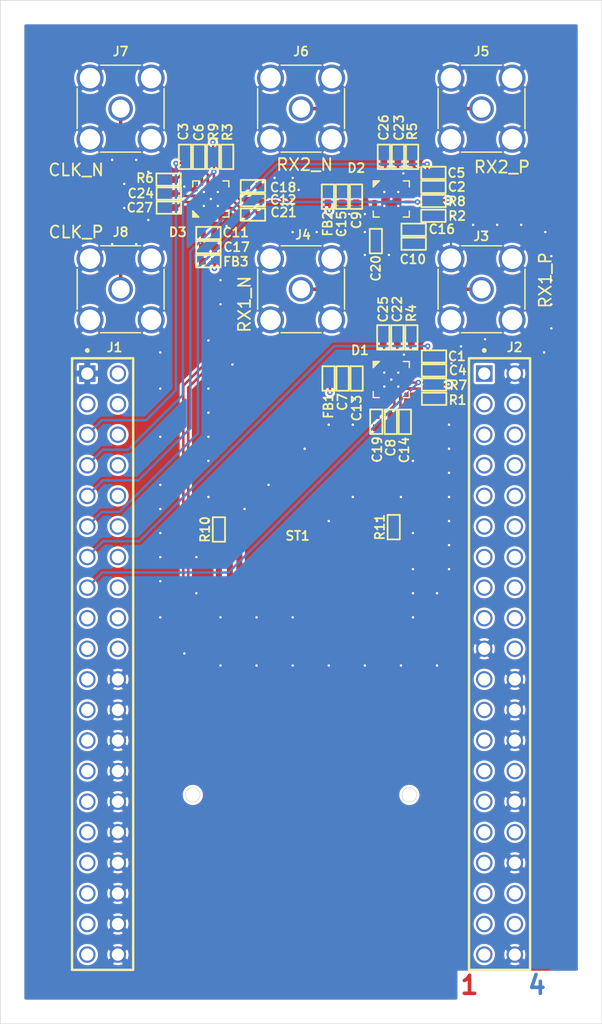
<source format=kicad_pcb>
(kicad_pcb (version 20171130) (host pcbnew "(5.1.10)-1")
  (layers (0 F.Cu signal) (1 In1.Cu signal hide) (2 In2.Cu signal hide) (31 B.Cu signal hide) (34 B.Paste user hide) (35 F.Paste user hide) (36 B.SilkS user hide) (37 F.SilkS user) (38 B.Mask user hide) (39 F.Mask user) (44 Edge.Cuts user))
  (net 0 "")
  (net 1 GND)
  (net 2 DISABLE1)
  (net 3 DISABLE2)
  (net 4 DISABLE_CLK)
  (net 5 "Net-(C13-Pad1)")
  (net 6 PCIE_UP_P)
  (net 7 "Net-(C15-Pad1)")
  (net 8 PCIE_DOWN_P)
  (net 9 "Net-(C10-Pad1)")
  (net 10 "Net-(C11-Pad1)")
  (net 11 CLK_P)
  (net 12 "Net-(C12-Pad1)")
  (net 13 PCIE_UP_N)
  (net 14 "Net-(C16-Pad1)")
  (net 15 PCIE_DOWN_N)
  (net 16 "Net-(C18-Pad1)")
  (net 17 CLK_N)
  (net 18 "Net-(C19-Pad2)")
  (net 19 "Net-(C19-Pad1)")
  (net 20 "Net-(C20-Pad1)")
  (net 21 "Net-(C20-Pad2)")
  (net 22 "Net-(C21-Pad1)")
  (net 23 "Net-(C21-Pad2)")
  (net 24 PCIE_1_P)
  (net 25 "Net-(C23-Pad2)")
  (net 26 PCIE_2_P)
  (net 27 "Net-(C24-Pad2)")
  (net 28 PCIE_CLK_P)
  (net 29 PCIE_1_N)
  (net 30 PCIE_2_N)
  (net 31 "Net-(C26-Pad2)")
  (net 32 PCIE_CLK_N)
  (net 33 "Net-(C27-Pad2)")
  (net 34 LOS1)
  (net 35 "Net-(D1-Pad9)")
  (net 36 "Net-(D1-Pad12)")
  (net 37 "Net-(D2-Pad9)")
  (net 38 "Net-(D2-Pad12)")
  (net 39 "Net-(D3-Pad12)")
  (net 40 "Net-(D3-Pad9)")
  (net 41 "Net-(J1-Pad10)")
  (net 42 "Net-(J1-Pad12)")
  (net 43 "Net-(J1-Pad14)")
  (net 44 "Net-(J1-Pad16)")
  (net 45 "Net-(J1-Pad17)")
  (net 46 "Net-(J1-Pad18)")
  (net 47 "Net-(J1-Pad19)")
  (net 48 "Net-(J1-Pad20)")
  (net 49 "Net-(J1-Pad21)")
  (net 50 "Net-(J1-Pad23)")
  (net 51 "Net-(J1-Pad29)")
  (net 52 "Net-(J1-Pad31)")
  (net 53 "Net-(J1-Pad33)")
  (net 54 "Net-(J2-Pad39)")
  (net 55 "Net-(J2-Pad38)")
  (net 56 "Net-(J2-Pad37)")
  (net 57 "Net-(J2-Pad36)")
  (net 58 "Net-(J2-Pad35)")
  (net 59 "Net-(J2-Pad33)")
  (net 60 "Net-(J2-Pad32)")
  (net 61 "Net-(J2-Pad31)")
  (net 62 "Net-(J2-Pad29)")
  (net 63 "Net-(J2-Pad28)")
  (net 64 "Net-(J2-Pad27)")
  (net 65 "Net-(J2-Pad25)")
  (net 66 "Net-(J2-Pad23)")
  (net 67 "Net-(J2-Pad21)")
  (net 68 "Net-(J2-Pad18)")
  (net 69 "Net-(J2-Pad17)")
  (net 70 "Net-(J2-Pad16)")
  (net 71 "Net-(J2-Pad15)")
  (net 72 "Net-(J2-Pad14)")
  (net 73 "Net-(J2-Pad13)")
  (net 74 "Net-(J2-Pad12)")
  (net 75 "Net-(J2-Pad11)")
  (net 76 "Net-(J2-Pad10)")
  (net 77 +3.3VCC)
  (net 78 LOS2)
  (net 79 LOS3)
  (net 80 "Net-(ST1-Pad7)")
  (net 81 "Net-(ST1-Pad8)")
  (net 82 "Net-(C22-Pad2)")
  (net 83 "Net-(C25-Pad2)")
  (net 84 "Net-(J1-Pad8)")
  (net 85 "Net-(J1-Pad6)")
  (net 86 "Net-(J1-Pad4)")
  (net 87 "Net-(J1-Pad3)")
  (net 88 "Net-(J1-Pad2)")
  (net 89 "Net-(J2-Pad9)")
  (net 90 "Net-(J2-Pad8)")
  (net 91 "Net-(J2-Pad7)")
  (net 92 "Net-(J2-Pad6)")
  (net 93 "Net-(J2-Pad5)")
  (net 94 "Net-(J2-Pad4)")
  (net 95 "Net-(J2-Pad3)")
  (net 96 "Net-(J2-Pad1)")
  (net 97 "Net-(C8-Pad1)")
  (net 98 "Net-(C14-Pad1)")
  (net 99 "Net-(R10-Pad1)")
  (net 100 "Net-(R11-Pad1)")
  (module ecp5_pcie_analyzer:AXIAL_CABLE_SL8800_08 (layer F.Cu) (at 93.85 66.78 270)
    (fp_text reference ST1 (at -3.3 6.14 180) (layer F.SilkS) (effects (font (size 0.75 0.75))))
    (fp_text value AXIAL_CABLE_SL8800_08)
    (pad M2 smd rect (at 0 12.68 180) (size 0.5 5) (layers F.Cu F.Paste F.Mask) (net 99 "Net-(R10-Pad1)"))
    (pad M1 smd rect (at 0 -0.92 180) (size 0.5 5) (layers F.Cu F.Paste F.Mask) (net 100 "Net-(R11-Pad1)"))
    (pad 8 smd rect (at 0 11.77 180) (size 0.5 5) (layers F.Cu F.Paste F.Mask) (net 81 "Net-(ST1-Pad8)"))
    (pad 7 smd rect (at 0 10.98 180) (size 0.5 5) (layers F.Cu F.Paste F.Mask) (net 80 "Net-(ST1-Pad7)"))
    (pad 6 smd rect (at 0 8.11 180) (size 0.5 5) (layers F.Cu F.Paste F.Mask) (net 17 CLK_N))
    (pad 5 smd rect (at 0 7.32 180) (size 0.5 5) (layers F.Cu F.Paste F.Mask) (net 11 CLK_P))
    (pad 3 smd rect (at 0 3.66 180) (size 0.5 5) (layers F.Cu F.Paste F.Mask) (net 6 PCIE_UP_P))
    (pad 4 smd rect (at 0 4.45 180) (size 0.5 5) (layers F.Cu F.Paste F.Mask) (net 13 PCIE_UP_N))
    (pad 2 smd rect (at 0 0.79 180) (size 0.5 5) (layers F.Cu F.Paste F.Mask) (net 15 PCIE_DOWN_N))
    (pad 1 smd rect (at 0 0 180) (size 0.5 5) (layers F.Cu F.Paste F.Mask) (net 8 PCIE_DOWN_P))
  )
  (module ecp5_pcie_analyzer:SAMTEC_TSW-120-05-G-D (layer F.Cu) (at 70.2327 50 270)
    (fp_text reference J1 (at -2.17 -2.27) (layer F.SilkS) (effects (font (size 0.75 0.75))))
    (fp_text value HDR40)
    (pad 40 thru_hole circle (at 48.26 -2.54 270) (size 1.37 1.37) (drill 1.02) (layers *.Cu *.Mask) (net 1 GND))
    (pad 39 thru_hole circle (at 48.26 0 270) (size 1.37 1.37) (drill 1.02) (layers *.Cu *.Mask) (net 77 +3.3VCC))
    (pad 38 thru_hole circle (at 45.72 -2.54 270) (size 1.37 1.37) (drill 1.02) (layers *.Cu *.Mask) (net 1 GND))
    (pad 37 thru_hole circle (at 45.72 0 270) (size 1.37 1.37) (drill 1.02) (layers *.Cu *.Mask) (net 77 +3.3VCC))
    (pad 36 thru_hole circle (at 43.18 -2.54 270) (size 1.37 1.37) (drill 1.02) (layers *.Cu *.Mask) (net 1 GND))
    (pad 35 thru_hole circle (at 43.18 0 270) (size 1.37 1.37) (drill 1.02) (layers *.Cu *.Mask) (net 77 +3.3VCC))
    (pad 34 thru_hole circle (at 40.64 -2.54 270) (size 1.37 1.37) (drill 1.02) (layers *.Cu *.Mask) (net 1 GND))
    (pad 33 thru_hole circle (at 40.64 0 270) (size 1.37 1.37) (drill 1.02) (layers *.Cu *.Mask) (net 53 "Net-(J1-Pad33)"))
    (pad 32 thru_hole circle (at 38.1 -2.54 270) (size 1.37 1.37) (drill 1.02) (layers *.Cu *.Mask) (net 1 GND))
    (pad 31 thru_hole circle (at 38.1 0 270) (size 1.37 1.37) (drill 1.02) (layers *.Cu *.Mask) (net 52 "Net-(J1-Pad31)"))
    (pad 30 thru_hole circle (at 35.56 -2.54 270) (size 1.37 1.37) (drill 1.02) (layers *.Cu *.Mask) (net 1 GND))
    (pad 29 thru_hole circle (at 35.56 0 270) (size 1.37 1.37) (drill 1.02) (layers *.Cu *.Mask) (net 51 "Net-(J1-Pad29)"))
    (pad 28 thru_hole circle (at 33.02 -2.54 270) (size 1.37 1.37) (drill 1.02) (layers *.Cu *.Mask) (net 1 GND))
    (pad 27 thru_hole circle (at 33.02 0 270) (size 1.37 1.37) (drill 1.02) (layers *.Cu *.Mask) (net 77 +3.3VCC))
    (pad 26 thru_hole circle (at 30.48 -2.54 270) (size 1.37 1.37) (drill 1.02) (layers *.Cu *.Mask) (net 1 GND))
    (pad 25 thru_hole circle (at 30.48 0 270) (size 1.37 1.37) (drill 1.02) (layers *.Cu *.Mask) (net 77 +3.3VCC))
    (pad 24 thru_hole circle (at 27.94 -2.54 270) (size 1.37 1.37) (drill 1.02) (layers *.Cu *.Mask) (net 1 GND))
    (pad 23 thru_hole circle (at 27.94 0 270) (size 1.37 1.37) (drill 1.02) (layers *.Cu *.Mask) (net 50 "Net-(J1-Pad23)"))
    (pad 22 thru_hole circle (at 25.4 -2.54 270) (size 1.37 1.37) (drill 1.02) (layers *.Cu *.Mask) (net 1 GND))
    (pad 21 thru_hole circle (at 25.4 0 270) (size 1.37 1.37) (drill 1.02) (layers *.Cu *.Mask) (net 49 "Net-(J1-Pad21)"))
    (pad 20 thru_hole circle (at 22.86 -2.54 270) (size 1.37 1.37) (drill 1.02) (layers *.Cu *.Mask) (net 48 "Net-(J1-Pad20)"))
    (pad 19 thru_hole circle (at 22.86 0 270) (size 1.37 1.37) (drill 1.02) (layers *.Cu *.Mask) (net 47 "Net-(J1-Pad19)"))
    (pad 18 thru_hole circle (at 20.32 -2.54 270) (size 1.37 1.37) (drill 1.02) (layers *.Cu *.Mask) (net 46 "Net-(J1-Pad18)"))
    (pad 17 thru_hole circle (at 20.32 0 270) (size 1.37 1.37) (drill 1.02) (layers *.Cu *.Mask) (net 45 "Net-(J1-Pad17)"))
    (pad 16 thru_hole circle (at 17.78 -2.54 270) (size 1.37 1.37) (drill 1.02) (layers *.Cu *.Mask) (net 44 "Net-(J1-Pad16)"))
    (pad 15 thru_hole circle (at 17.78 0 270) (size 1.37 1.37) (drill 1.02) (layers *.Cu *.Mask) (net 34 LOS1))
    (pad 14 thru_hole circle (at 15.24 -2.54 270) (size 1.37 1.37) (drill 1.02) (layers *.Cu *.Mask) (net 43 "Net-(J1-Pad14)"))
    (pad 13 thru_hole circle (at 15.24 0 270) (size 1.37 1.37) (drill 1.02) (layers *.Cu *.Mask) (net 2 DISABLE1))
    (pad 12 thru_hole circle (at 12.7 -2.54 270) (size 1.37 1.37) (drill 1.02) (layers *.Cu *.Mask) (net 42 "Net-(J1-Pad12)"))
    (pad 11 thru_hole circle (at 12.7 0 270) (size 1.37 1.37) (drill 1.02) (layers *.Cu *.Mask) (net 78 LOS2))
    (pad 10 thru_hole circle (at 10.16 -2.54 270) (size 1.37 1.37) (drill 1.02) (layers *.Cu *.Mask) (net 41 "Net-(J1-Pad10)"))
    (pad 9 thru_hole circle (at 10.16 0 270) (size 1.37 1.37) (drill 1.02) (layers *.Cu *.Mask) (net 3 DISABLE2))
    (pad 8 thru_hole circle (at 7.62 -2.54 270) (size 1.37 1.37) (drill 1.02) (layers *.Cu *.Mask) (net 84 "Net-(J1-Pad8)"))
    (pad 7 thru_hole circle (at 7.62 0 270) (size 1.37 1.37) (drill 1.02) (layers *.Cu *.Mask) (net 79 LOS3))
    (pad 6 thru_hole circle (at 5.08 -2.54 270) (size 1.37 1.37) (drill 1.02) (layers *.Cu *.Mask) (net 85 "Net-(J1-Pad6)"))
    (pad 5 thru_hole circle (at 5.08 0 270) (size 1.37 1.37) (drill 1.02) (layers *.Cu *.Mask) (net 4 DISABLE_CLK))
    (pad 4 thru_hole circle (at 2.54 -2.54 270) (size 1.37 1.37) (drill 1.02) (layers *.Cu *.Mask) (net 86 "Net-(J1-Pad4)"))
    (pad 3 thru_hole circle (at 2.54 0 270) (size 1.37 1.37) (drill 1.02) (layers *.Cu *.Mask) (net 87 "Net-(J1-Pad3)"))
    (pad 2 thru_hole circle (at 0 -2.54 270) (size 1.37 1.37) (drill 1.02) (layers *.Cu *.Mask) (net 88 "Net-(J1-Pad2)"))
    (pad 1 thru_hole rect (at 0 0 270) (size 1.37 1.37) (drill 1.02) (layers *.Cu *.Mask) (net 1 GND))
  )
  (module ecp5_pcie_analyzer:VQFN-16 (layer F.Cu) (at 95.5 50.5)
    (fp_text reference D1 (at -2.61 -2.43) (layer F.SilkS) (effects (font (size 0.75 0.75))))
    (fp_text value ONET1191P)
    (pad EP smd roundrect (at 0 0 90) (size 1.68 1.68) (layers F.Cu F.Paste F.Mask) (roundrect_rratio 0.06) (net 1 GND))
    (pad 16 smd rect (at -0.75 -1.4 90) (size 0.6 0.24) (layers F.Cu F.Paste F.Mask) (net 1 GND))
    (pad 15 smd rect (at -0.25 -1.4 90) (size 0.6 0.24) (layers F.Cu F.Paste F.Mask) (net 83 "Net-(C25-Pad2)"))
    (pad 14 smd rect (at 0.25 -1.4 90) (size 0.6 0.24) (layers F.Cu F.Paste F.Mask) (net 82 "Net-(C22-Pad2)"))
    (pad 13 smd rect (at 0.75 -1.4 90) (size 0.6 0.24) (layers F.Cu F.Paste F.Mask) (net 1 GND))
    (pad 12 smd rect (at 1.4 -0.75) (size 0.6 0.24) (layers F.Cu F.Paste F.Mask) (net 36 "Net-(D1-Pad12)"))
    (pad 11 smd rect (at 1.4 -0.25) (size 0.6 0.24) (layers F.Cu F.Paste F.Mask) (net 2 DISABLE1))
    (pad 10 smd rect (at 1.4 0.25) (size 0.6 0.24) (layers F.Cu F.Paste F.Mask) (net 34 LOS1))
    (pad 9 smd rect (at 1.4 0.75) (size 0.6 0.24) (layers F.Cu F.Paste F.Mask) (net 35 "Net-(D1-Pad9)"))
    (pad 8 smd rect (at 0.75 1.4 90) (size 0.6 0.24) (layers F.Cu F.Paste F.Mask) (net 98 "Net-(C14-Pad1)"))
    (pad 7 smd rect (at 0.25 1.4 90) (size 0.6 0.24) (layers F.Cu F.Paste F.Mask) (net 97 "Net-(C8-Pad1)"))
    (pad 6 smd rect (at -0.25 1.4 90) (size 0.6 0.24) (layers F.Cu F.Paste F.Mask) (net 18 "Net-(C19-Pad2)"))
    (pad 5 smd rect (at -0.75 1.4 90) (size 0.6 0.24) (layers F.Cu F.Paste F.Mask) (net 19 "Net-(C19-Pad1)"))
    (pad 4 smd rect (at -1.4 0.75) (size 0.6 0.24) (layers F.Cu F.Paste F.Mask) (net 1 GND))
    (pad 3 smd rect (at -1.4 0.25) (size 0.6 0.24) (layers F.Cu F.Paste F.Mask) (net 1 GND))
    (pad 2 smd rect (at -1.4 -0.25) (size 0.6 0.24) (layers F.Cu F.Paste F.Mask) (net 5 "Net-(C13-Pad1)"))
    (pad 1 smd rect (at -1.4 -0.75) (size 0.6 0.24) (layers F.Cu F.Paste F.Mask) (net 5 "Net-(C13-Pad1)"))
  )
  (module ecp5_pcie_analyzer:VQFN-16 (layer F.Cu) (at 95.5 35.5)
    (fp_text reference D2 (at -2.91 -2.57) (layer F.SilkS) (effects (font (size 0.75 0.75))))
    (fp_text value ONET1191P)
    (pad EP smd roundrect (at 0 0 90) (size 1.68 1.68) (layers F.Cu F.Paste F.Mask) (roundrect_rratio 0.06) (net 1 GND))
    (pad 16 smd rect (at -0.75 -1.4 90) (size 0.6 0.24) (layers F.Cu F.Paste F.Mask) (net 1 GND))
    (pad 15 smd rect (at -0.25 -1.4 90) (size 0.6 0.24) (layers F.Cu F.Paste F.Mask) (net 31 "Net-(C26-Pad2)"))
    (pad 14 smd rect (at 0.25 -1.4 90) (size 0.6 0.24) (layers F.Cu F.Paste F.Mask) (net 25 "Net-(C23-Pad2)"))
    (pad 13 smd rect (at 0.75 -1.4 90) (size 0.6 0.24) (layers F.Cu F.Paste F.Mask) (net 1 GND))
    (pad 12 smd rect (at 1.4 -0.75) (size 0.6 0.24) (layers F.Cu F.Paste F.Mask) (net 38 "Net-(D2-Pad12)"))
    (pad 11 smd rect (at 1.4 -0.25) (size 0.6 0.24) (layers F.Cu F.Paste F.Mask) (net 3 DISABLE2))
    (pad 10 smd rect (at 1.4 0.25) (size 0.6 0.24) (layers F.Cu F.Paste F.Mask) (net 78 LOS2))
    (pad 9 smd rect (at 1.4 0.75) (size 0.6 0.24) (layers F.Cu F.Paste F.Mask) (net 37 "Net-(D2-Pad9)"))
    (pad 8 smd rect (at 0.75 1.4 90) (size 0.6 0.24) (layers F.Cu F.Paste F.Mask) (net 14 "Net-(C16-Pad1)"))
    (pad 7 smd rect (at 0.25 1.4 90) (size 0.6 0.24) (layers F.Cu F.Paste F.Mask) (net 9 "Net-(C10-Pad1)"))
    (pad 6 smd rect (at -0.25 1.4 90) (size 0.6 0.24) (layers F.Cu F.Paste F.Mask) (net 21 "Net-(C20-Pad2)"))
    (pad 5 smd rect (at -0.75 1.4 90) (size 0.6 0.24) (layers F.Cu F.Paste F.Mask) (net 20 "Net-(C20-Pad1)"))
    (pad 4 smd rect (at -1.4 0.75) (size 0.6 0.24) (layers F.Cu F.Paste F.Mask) (net 1 GND))
    (pad 3 smd rect (at -1.4 0.25) (size 0.6 0.24) (layers F.Cu F.Paste F.Mask) (net 1 GND))
    (pad 2 smd rect (at -1.4 -0.25) (size 0.6 0.24) (layers F.Cu F.Paste F.Mask) (net 7 "Net-(C15-Pad1)"))
    (pad 1 smd rect (at -1.4 -0.75) (size 0.6 0.24) (layers F.Cu F.Paste F.Mask) (net 7 "Net-(C15-Pad1)"))
  )
  (module ecp5_pcie_analyzer:VQFN-16 (layer F.Cu) (at 80.5 35.5 90)
    (fp_text reference D3 (at -2.76 -2.75 180) (layer F.SilkS) (effects (font (size 0.75 0.75))))
    (fp_text value ONET1191P)
    (pad EP smd roundrect (at 0 0 180) (size 1.68 1.68) (layers F.Cu F.Paste F.Mask) (roundrect_rratio 0.06) (net 1 GND))
    (pad 16 smd rect (at -0.75 -1.4 180) (size 0.6 0.24) (layers F.Cu F.Paste F.Mask) (net 1 GND))
    (pad 15 smd rect (at -0.25 -1.4 180) (size 0.6 0.24) (layers F.Cu F.Paste F.Mask) (net 33 "Net-(C27-Pad2)"))
    (pad 14 smd rect (at 0.25 -1.4 180) (size 0.6 0.24) (layers F.Cu F.Paste F.Mask) (net 27 "Net-(C24-Pad2)"))
    (pad 13 smd rect (at 0.75 -1.4 180) (size 0.6 0.24) (layers F.Cu F.Paste F.Mask) (net 1 GND))
    (pad 12 smd rect (at 1.4 -0.75 90) (size 0.6 0.24) (layers F.Cu F.Paste F.Mask) (net 39 "Net-(D3-Pad12)"))
    (pad 11 smd rect (at 1.4 -0.25 90) (size 0.6 0.24) (layers F.Cu F.Paste F.Mask) (net 4 DISABLE_CLK))
    (pad 10 smd rect (at 1.4 0.25 90) (size 0.6 0.24) (layers F.Cu F.Paste F.Mask) (net 79 LOS3))
    (pad 9 smd rect (at 1.4 0.75 90) (size 0.6 0.24) (layers F.Cu F.Paste F.Mask) (net 40 "Net-(D3-Pad9)"))
    (pad 8 smd rect (at 0.75 1.4 180) (size 0.6 0.24) (layers F.Cu F.Paste F.Mask) (net 16 "Net-(C18-Pad1)"))
    (pad 7 smd rect (at 0.25 1.4 180) (size 0.6 0.24) (layers F.Cu F.Paste F.Mask) (net 12 "Net-(C12-Pad1)"))
    (pad 6 smd rect (at -0.25 1.4 180) (size 0.6 0.24) (layers F.Cu F.Paste F.Mask) (net 23 "Net-(C21-Pad2)"))
    (pad 5 smd rect (at -0.75 1.4 180) (size 0.6 0.24) (layers F.Cu F.Paste F.Mask) (net 22 "Net-(C21-Pad1)"))
    (pad 4 smd rect (at -1.4 0.75 90) (size 0.6 0.24) (layers F.Cu F.Paste F.Mask) (net 1 GND))
    (pad 3 smd rect (at -1.4 0.25 90) (size 0.6 0.24) (layers F.Cu F.Paste F.Mask) (net 1 GND))
    (pad 2 smd rect (at -1.4 -0.25 90) (size 0.6 0.24) (layers F.Cu F.Paste F.Mask) (net 10 "Net-(C11-Pad1)"))
    (pad 1 smd rect (at -1.4 -0.75 90) (size 0.6 0.24) (layers F.Cu F.Paste F.Mask) (net 10 "Net-(C11-Pad1)"))
  )
  (module ecp5_pcie_analyzer:SMA_Amphenol_132291_Vertical (layer F.Cu) (at 103 43 270)
    (fp_text reference J3 (at -4.4 0.02 180) (layer F.SilkS) (effects (font (size 0.75 0.75))))
    (fp_text value Conn_Coaxial)
    (pad 4 thru_hole circle (at -2.54 2.54 270) (size 2.25 2.25) (drill 1.7) (layers *.Cu *.Mask) (net 1 GND))
    (pad 2 thru_hole circle (at -2.54 -2.54 270) (size 2.25 2.25) (drill 1.7) (layers *.Cu *.Mask) (net 1 GND))
    (pad 3 thru_hole circle (at 2.54 -2.54 270) (size 2.25 2.25) (drill 1.7) (layers *.Cu *.Mask) (net 1 GND))
    (pad 5 thru_hole circle (at 2.54 2.54 270) (size 2.25 2.25) (drill 1.7) (layers *.Cu *.Mask) (net 1 GND))
    (pad 1 thru_hole circle (at 0 0 270) (size 2.05 2.05) (drill 1.5) (layers *.Cu *.Mask) (net 24 PCIE_1_P))
  )
  (module ecp5_pcie_analyzer:SMA_Amphenol_132291_Vertical (layer F.Cu) (at 88 43 270)
    (fp_text reference J4 (at -4.52 -0.16 180) (layer F.SilkS) (effects (font (size 0.75 0.75))))
    (fp_text value Conn_Coaxial)
    (pad 4 thru_hole circle (at -2.54 2.54 270) (size 2.25 2.25) (drill 1.7) (layers *.Cu *.Mask) (net 1 GND))
    (pad 2 thru_hole circle (at -2.54 -2.54 270) (size 2.25 2.25) (drill 1.7) (layers *.Cu *.Mask) (net 1 GND))
    (pad 3 thru_hole circle (at 2.54 -2.54 270) (size 2.25 2.25) (drill 1.7) (layers *.Cu *.Mask) (net 1 GND))
    (pad 5 thru_hole circle (at 2.54 2.54 270) (size 2.25 2.25) (drill 1.7) (layers *.Cu *.Mask) (net 1 GND))
    (pad 1 thru_hole circle (at 0 0 270) (size 2.05 2.05) (drill 1.5) (layers *.Cu *.Mask) (net 29 PCIE_1_N))
  )
  (module ecp5_pcie_analyzer:SMA_Amphenol_132291_Vertical (layer F.Cu) (at 103 28)
    (fp_text reference J5 (at 0 -4.75) (layer F.SilkS) (effects (font (size 0.75 0.75))))
    (fp_text value Conn_Coaxial)
    (pad 4 thru_hole circle (at -2.54 2.54) (size 2.25 2.25) (drill 1.7) (layers *.Cu *.Mask) (net 1 GND))
    (pad 2 thru_hole circle (at -2.54 -2.54) (size 2.25 2.25) (drill 1.7) (layers *.Cu *.Mask) (net 1 GND))
    (pad 3 thru_hole circle (at 2.54 -2.54) (size 2.25 2.25) (drill 1.7) (layers *.Cu *.Mask) (net 1 GND))
    (pad 5 thru_hole circle (at 2.54 2.54) (size 2.25 2.25) (drill 1.7) (layers *.Cu *.Mask) (net 1 GND))
    (pad 1 thru_hole circle (at 0 0) (size 2.05 2.05) (drill 1.5) (layers *.Cu *.Mask) (net 26 PCIE_2_P))
  )
  (module ecp5_pcie_analyzer:SMA_Amphenol_132291_Vertical (layer F.Cu) (at 88 28)
    (fp_text reference J6 (at 0 -4.75) (layer F.SilkS) (effects (font (size 0.75 0.75))))
    (fp_text value Conn_Coaxial)
    (pad 4 thru_hole circle (at -2.54 2.54) (size 2.25 2.25) (drill 1.7) (layers *.Cu *.Mask) (net 1 GND))
    (pad 2 thru_hole circle (at -2.54 -2.54) (size 2.25 2.25) (drill 1.7) (layers *.Cu *.Mask) (net 1 GND))
    (pad 3 thru_hole circle (at 2.54 -2.54) (size 2.25 2.25) (drill 1.7) (layers *.Cu *.Mask) (net 1 GND))
    (pad 5 thru_hole circle (at 2.54 2.54) (size 2.25 2.25) (drill 1.7) (layers *.Cu *.Mask) (net 1 GND))
    (pad 1 thru_hole circle (at 0 0) (size 2.05 2.05) (drill 1.5) (layers *.Cu *.Mask) (net 30 PCIE_2_N))
  )
  (module ecp5_pcie_analyzer:SMA_Amphenol_132291_Vertical (layer F.Cu) (at 73 28)
    (fp_text reference J7 (at 0 -4.75) (layer F.SilkS) (effects (font (size 0.75 0.75))))
    (fp_text value Conn_Coaxial)
    (pad 4 thru_hole circle (at -2.54 2.54) (size 2.25 2.25) (drill 1.7) (layers *.Cu *.Mask) (net 1 GND))
    (pad 2 thru_hole circle (at -2.54 -2.54) (size 2.25 2.25) (drill 1.7) (layers *.Cu *.Mask) (net 1 GND))
    (pad 3 thru_hole circle (at 2.54 -2.54) (size 2.25 2.25) (drill 1.7) (layers *.Cu *.Mask) (net 1 GND))
    (pad 5 thru_hole circle (at 2.54 2.54) (size 2.25 2.25) (drill 1.7) (layers *.Cu *.Mask) (net 1 GND))
    (pad 1 thru_hole circle (at 0 0) (size 2.05 2.05) (drill 1.5) (layers *.Cu *.Mask) (net 28 PCIE_CLK_P))
  )
  (module ecp5_pcie_analyzer:SMA_Amphenol_132291_Vertical (layer F.Cu) (at 73 43)
    (fp_text reference J8 (at 0 -4.75) (layer F.SilkS) (effects (font (size 0.75 0.75))))
    (fp_text value Conn_Coaxial)
    (pad 4 thru_hole circle (at -2.54 2.54) (size 2.25 2.25) (drill 1.7) (layers *.Cu *.Mask) (net 1 GND))
    (pad 2 thru_hole circle (at -2.54 -2.54) (size 2.25 2.25) (drill 1.7) (layers *.Cu *.Mask) (net 1 GND))
    (pad 3 thru_hole circle (at 2.54 -2.54) (size 2.25 2.25) (drill 1.7) (layers *.Cu *.Mask) (net 1 GND))
    (pad 5 thru_hole circle (at 2.54 2.54) (size 2.25 2.25) (drill 1.7) (layers *.Cu *.Mask) (net 1 GND))
    (pad 1 thru_hole circle (at 0 0) (size 2.05 2.05) (drill 1.5) (layers *.Cu *.Mask) (net 32 PCIE_CLK_N))
  )
  (module ecp5_pcie_analyzer:SAMTEC_TSW-120-05-G-D (layer F.Cu) (at 103.2273 50 270)
    (fp_text reference J2 (at -2.18 -2.5254 180) (layer F.SilkS) (effects (font (size 0.75 0.75))))
    (fp_text value HDR40)
    (pad 40 thru_hole circle (at 48.26 -2.54 270) (size 1.37 1.37) (drill 1.02) (layers *.Cu *.Mask) (net 1 GND))
    (pad 39 thru_hole circle (at 48.26 0 270) (size 1.37 1.37) (drill 1.02) (layers *.Cu *.Mask) (net 54 "Net-(J2-Pad39)"))
    (pad 38 thru_hole circle (at 45.72 -2.54 270) (size 1.37 1.37) (drill 1.02) (layers *.Cu *.Mask) (net 55 "Net-(J2-Pad38)"))
    (pad 37 thru_hole circle (at 45.72 0 270) (size 1.37 1.37) (drill 1.02) (layers *.Cu *.Mask) (net 56 "Net-(J2-Pad37)"))
    (pad 36 thru_hole circle (at 43.18 -2.54 270) (size 1.37 1.37) (drill 1.02) (layers *.Cu *.Mask) (net 57 "Net-(J2-Pad36)"))
    (pad 35 thru_hole circle (at 43.18 0 270) (size 1.37 1.37) (drill 1.02) (layers *.Cu *.Mask) (net 58 "Net-(J2-Pad35)"))
    (pad 34 thru_hole circle (at 40.64 -2.54 270) (size 1.37 1.37) (drill 1.02) (layers *.Cu *.Mask) (net 1 GND))
    (pad 33 thru_hole circle (at 40.64 0 270) (size 1.37 1.37) (drill 1.02) (layers *.Cu *.Mask) (net 59 "Net-(J2-Pad33)"))
    (pad 32 thru_hole circle (at 38.1 -2.54 270) (size 1.37 1.37) (drill 1.02) (layers *.Cu *.Mask) (net 60 "Net-(J2-Pad32)"))
    (pad 31 thru_hole circle (at 38.1 0 270) (size 1.37 1.37) (drill 1.02) (layers *.Cu *.Mask) (net 61 "Net-(J2-Pad31)"))
    (pad 30 thru_hole circle (at 35.56 -2.54 270) (size 1.37 1.37) (drill 1.02) (layers *.Cu *.Mask) (net 1 GND))
    (pad 29 thru_hole circle (at 35.56 0 270) (size 1.37 1.37) (drill 1.02) (layers *.Cu *.Mask) (net 62 "Net-(J2-Pad29)"))
    (pad 28 thru_hole circle (at 33.02 -2.54 270) (size 1.37 1.37) (drill 1.02) (layers *.Cu *.Mask) (net 63 "Net-(J2-Pad28)"))
    (pad 27 thru_hole circle (at 33.02 0 270) (size 1.37 1.37) (drill 1.02) (layers *.Cu *.Mask) (net 64 "Net-(J2-Pad27)"))
    (pad 26 thru_hole circle (at 30.48 -2.54 270) (size 1.37 1.37) (drill 1.02) (layers *.Cu *.Mask) (net 1 GND))
    (pad 25 thru_hole circle (at 30.48 0 270) (size 1.37 1.37) (drill 1.02) (layers *.Cu *.Mask) (net 65 "Net-(J2-Pad25)"))
    (pad 24 thru_hole circle (at 27.94 -2.54 270) (size 1.37 1.37) (drill 1.02) (layers *.Cu *.Mask) (net 1 GND))
    (pad 23 thru_hole circle (at 27.94 0 270) (size 1.37 1.37) (drill 1.02) (layers *.Cu *.Mask) (net 66 "Net-(J2-Pad23)"))
    (pad 22 thru_hole circle (at 25.4 -2.54 270) (size 1.37 1.37) (drill 1.02) (layers *.Cu *.Mask) (net 1 GND))
    (pad 21 thru_hole circle (at 25.4 0 270) (size 1.37 1.37) (drill 1.02) (layers *.Cu *.Mask) (net 67 "Net-(J2-Pad21)"))
    (pad 20 thru_hole circle (at 22.86 -2.54 270) (size 1.37 1.37) (drill 1.02) (layers *.Cu *.Mask) (net 77 +3.3VCC))
    (pad 19 thru_hole circle (at 22.86 0 270) (size 1.37 1.37) (drill 1.02) (layers *.Cu *.Mask) (net 1 GND))
    (pad 18 thru_hole circle (at 20.32 -2.54 270) (size 1.37 1.37) (drill 1.02) (layers *.Cu *.Mask) (net 68 "Net-(J2-Pad18)"))
    (pad 17 thru_hole circle (at 20.32 0 270) (size 1.37 1.37) (drill 1.02) (layers *.Cu *.Mask) (net 69 "Net-(J2-Pad17)"))
    (pad 16 thru_hole circle (at 17.78 -2.54 270) (size 1.37 1.37) (drill 1.02) (layers *.Cu *.Mask) (net 70 "Net-(J2-Pad16)"))
    (pad 15 thru_hole circle (at 17.78 0 270) (size 1.37 1.37) (drill 1.02) (layers *.Cu *.Mask) (net 71 "Net-(J2-Pad15)"))
    (pad 14 thru_hole circle (at 15.24 -2.54 270) (size 1.37 1.37) (drill 1.02) (layers *.Cu *.Mask) (net 72 "Net-(J2-Pad14)"))
    (pad 13 thru_hole circle (at 15.24 0 270) (size 1.37 1.37) (drill 1.02) (layers *.Cu *.Mask) (net 73 "Net-(J2-Pad13)"))
    (pad 12 thru_hole circle (at 12.7 -2.54 270) (size 1.37 1.37) (drill 1.02) (layers *.Cu *.Mask) (net 74 "Net-(J2-Pad12)"))
    (pad 11 thru_hole circle (at 12.7 0 270) (size 1.37 1.37) (drill 1.02) (layers *.Cu *.Mask) (net 75 "Net-(J2-Pad11)"))
    (pad 10 thru_hole circle (at 10.16 -2.54 270) (size 1.37 1.37) (drill 1.02) (layers *.Cu *.Mask) (net 76 "Net-(J2-Pad10)"))
    (pad 9 thru_hole circle (at 10.16 0 270) (size 1.37 1.37) (drill 1.02) (layers *.Cu *.Mask) (net 89 "Net-(J2-Pad9)"))
    (pad 8 thru_hole circle (at 7.62 -2.54 270) (size 1.37 1.37) (drill 1.02) (layers *.Cu *.Mask) (net 90 "Net-(J2-Pad8)"))
    (pad 7 thru_hole circle (at 7.62 0 270) (size 1.37 1.37) (drill 1.02) (layers *.Cu *.Mask) (net 91 "Net-(J2-Pad7)"))
    (pad 6 thru_hole circle (at 5.08 -2.54 270) (size 1.37 1.37) (drill 1.02) (layers *.Cu *.Mask) (net 92 "Net-(J2-Pad6)"))
    (pad 5 thru_hole circle (at 5.08 0 270) (size 1.37 1.37) (drill 1.02) (layers *.Cu *.Mask) (net 93 "Net-(J2-Pad5)"))
    (pad 4 thru_hole circle (at 2.54 -2.54 270) (size 1.37 1.37) (drill 1.02) (layers *.Cu *.Mask) (net 94 "Net-(J2-Pad4)"))
    (pad 3 thru_hole circle (at 2.54 0 270) (size 1.37 1.37) (drill 1.02) (layers *.Cu *.Mask) (net 95 "Net-(J2-Pad3)"))
    (pad 2 thru_hole circle (at 0 -2.54 270) (size 1.37 1.37) (drill 1.02) (layers *.Cu *.Mask) (net 1 GND))
    (pad 1 thru_hole rect (at 0 0 270) (size 1.37 1.37) (drill 1.02) (layers *.Cu *.Mask) (net 96 "Net-(J2-Pad1)"))
  )
  (module ecp5_pcie_analyzer:C_0402 (layer F.Cu) (at 96.63 54.01 270)
    (fp_text reference C14 (at 2.34 0.05 90) (layer F.SilkS) (effects (font (size 0.75 0.75))))
    (fp_text value 0.1u hide)
    (pad 2 smd rect (at 0.508 0 270) (size 0.56 0.56) (layers F.Cu F.Paste F.Mask) (net 13 PCIE_UP_N))
    (pad 1 smd rect (at -0.508 0 270) (size 0.56 0.56) (layers F.Cu F.Paste F.Mask) (net 98 "Net-(C14-Pad1)"))
  )
  (module ecp5_pcie_analyzer:C_0402 (layer F.Cu) (at 92.62 50.41 270)
    (fp_text reference C13 (at 2.46 0 90) (layer F.SilkS) (effects (font (size 0.75 0.75))))
    (fp_text value 100n hide)
    (pad 2 smd rect (at 0.508 0 270) (size 0.56 0.56) (layers F.Cu F.Paste F.Mask) (net 1 GND))
    (pad 1 smd rect (at -0.508 0 270) (size 0.56 0.56) (layers F.Cu F.Paste F.Mask) (net 5 "Net-(C13-Pad1)"))
  )
  (module ecp5_pcie_analyzer:C_0402 (layer F.Cu) (at 99.05 48.58)
    (fp_text reference C1 (at 1.9 -0.01) (layer F.SilkS) (effects (font (size 0.75 0.75))))
    (fp_text value 1n hide)
    (pad 2 smd rect (at 0.508 0) (size 0.56 0.56) (layers F.Cu F.Paste F.Mask) (net 1 GND))
    (pad 1 smd rect (at -0.508 0) (size 0.56 0.56) (layers F.Cu F.Paste F.Mask) (net 2 DISABLE1))
  )
  (module ecp5_pcie_analyzer:C_0402 (layer F.Cu) (at 99 34.5)
    (fp_text reference C2 (at 1.94 0) (layer F.SilkS) (effects (font (size 0.75 0.75))))
    (fp_text value 1n hide)
    (pad 1 smd rect (at -0.508 0) (size 0.56 0.56) (layers F.Cu F.Paste F.Mask) (net 3 DISABLE2))
    (pad 2 smd rect (at 0.508 0) (size 0.56 0.56) (layers F.Cu F.Paste F.Mask) (net 1 GND))
  )
  (module ecp5_pcie_analyzer:C_0402 (layer F.Cu) (at 78.35 32 90)
    (fp_text reference C3 (at 2.09 -0.14 90) (layer F.SilkS) (effects (font (size 0.75 0.75))))
    (fp_text value 1n hide)
    (pad 2 smd rect (at 0.508 0 90) (size 0.56 0.56) (layers F.Cu F.Paste F.Mask) (net 1 GND))
    (pad 1 smd rect (at -0.508 0 90) (size 0.56 0.56) (layers F.Cu F.Paste F.Mask) (net 4 DISABLE_CLK))
  )
  (module ecp5_pcie_analyzer:C_0402 (layer F.Cu) (at 99.05 49.74)
    (fp_text reference C4 (at 1.97 0) (layer F.SilkS) (effects (font (size 0.75 0.75))))
    (fp_text value 100n hide)
    (pad 1 smd rect (at -0.508 0) (size 0.56 0.56) (layers F.Cu F.Paste F.Mask) (net 2 DISABLE1))
    (pad 2 smd rect (at 0.508 0) (size 0.56 0.56) (layers F.Cu F.Paste F.Mask) (net 1 GND))
  )
  (module ecp5_pcie_analyzer:C_0402 (layer F.Cu) (at 99 33.33)
    (fp_text reference C5 (at 1.91 0.01) (layer F.SilkS) (effects (font (size 0.75 0.75))))
    (fp_text value 100n hide)
    (pad 2 smd rect (at 0.508 0) (size 0.56 0.56) (layers F.Cu F.Paste F.Mask) (net 1 GND))
    (pad 1 smd rect (at -0.508 0) (size 0.56 0.56) (layers F.Cu F.Paste F.Mask) (net 3 DISABLE2))
  )
  (module ecp5_pcie_analyzer:C_0402 (layer F.Cu) (at 79.52 32 90)
    (fp_text reference C6 (at 2.03 -0.02 90) (layer F.SilkS) (effects (font (size 0.75 0.75))))
    (fp_text value 100n hide)
    (pad 1 smd rect (at -0.508 0 90) (size 0.56 0.56) (layers F.Cu F.Paste F.Mask) (net 4 DISABLE_CLK))
    (pad 2 smd rect (at 0.508 0 90) (size 0.56 0.56) (layers F.Cu F.Paste F.Mask) (net 1 GND))
  )
  (module ecp5_pcie_analyzer:C_0402 (layer F.Cu) (at 91.4527 50.41 270)
    (fp_text reference C7 (at 1.95 0.02 90) (layer F.SilkS) (effects (font (size 0.75 0.75))))
    (fp_text value 1n hide)
    (pad 1 smd rect (at -0.508 0 270) (size 0.56 0.56) (layers F.Cu F.Paste F.Mask) (net 5 "Net-(C13-Pad1)"))
    (pad 2 smd rect (at 0.508 0 270) (size 0.56 0.56) (layers F.Cu F.Paste F.Mask) (net 1 GND))
  )
  (module ecp5_pcie_analyzer:C_0402 (layer F.Cu) (at 95.4627 54.01 270)
    (fp_text reference C8 (at 2.15 0.02 90) (layer F.SilkS) (effects (font (size 0.75 0.75))))
    (fp_text value 0.1u hide)
    (pad 2 smd rect (at 0.508 0 270) (size 0.56 0.56) (layers F.Cu F.Paste F.Mask) (net 6 PCIE_UP_P))
    (pad 1 smd rect (at -0.508 0 270) (size 0.56 0.56) (layers F.Cu F.Paste F.Mask) (net 97 "Net-(C8-Pad1)"))
  )
  (module ecp5_pcie_analyzer:C_0402 (layer F.Cu) (at 92.57 35.31 270)
    (fp_text reference C9 (at 1.95 -0.03 90) (layer F.SilkS) (effects (font (size 0.75 0.75))))
    (fp_text value 1n hide)
    (pad 1 smd rect (at -0.508 0 270) (size 0.56 0.56) (layers F.Cu F.Paste F.Mask) (net 7 "Net-(C15-Pad1)"))
    (pad 2 smd rect (at 0.508 0 270) (size 0.56 0.56) (layers F.Cu F.Paste F.Mask) (net 1 GND))
  )
  (module ecp5_pcie_analyzer:C_0402 (layer F.Cu) (at 97.36 39.22)
    (fp_text reference C10 (at -0.07 1.29) (layer F.SilkS) (effects (font (size 0.75 0.75))))
    (fp_text value 0.1u hide)
    (pad 2 smd rect (at 0.508 0) (size 0.56 0.56) (layers F.Cu F.Paste F.Mask) (net 8 PCIE_DOWN_P))
    (pad 1 smd rect (at -0.508 0) (size 0.56 0.56) (layers F.Cu F.Paste F.Mask) (net 9 "Net-(C10-Pad1)"))
  )
  (module ecp5_pcie_analyzer:C_0402 (layer F.Cu) (at 80.3 38.33)
    (fp_text reference C11 (at 2.27 -0.04) (layer F.SilkS) (effects (font (size 0.75 0.75))))
    (fp_text value 1n hide)
    (pad 1 smd rect (at -0.508 0) (size 0.56 0.56) (layers F.Cu F.Paste F.Mask) (net 10 "Net-(C11-Pad1)"))
    (pad 2 smd rect (at 0.508 0) (size 0.56 0.56) (layers F.Cu F.Paste F.Mask) (net 1 GND))
  )
  (module ecp5_pcie_analyzer:C_0402 (layer F.Cu) (at 84 35.6)
    (fp_text reference C12 (at 2.51 -0.03) (layer F.SilkS) (effects (font (size 0.75 0.75))))
    (fp_text value 0.1u hide)
    (pad 2 smd rect (at 0.508 0) (size 0.56 0.56) (layers F.Cu F.Paste F.Mask) (net 11 CLK_P))
    (pad 1 smd rect (at -0.508 0) (size 0.56 0.56) (layers F.Cu F.Paste F.Mask) (net 12 "Net-(C12-Pad1)"))
  )
  (module ecp5_pcie_analyzer:C_0402 (layer F.Cu) (at 91.4 35.31 270)
    (fp_text reference C15 (at 2.27 0.04 90) (layer F.SilkS) (effects (font (size 0.75 0.75))))
    (fp_text value 100n hide)
    (pad 2 smd rect (at 0.508 0 270) (size 0.56 0.56) (layers F.Cu F.Paste F.Mask) (net 1 GND))
    (pad 1 smd rect (at -0.508 0 270) (size 0.56 0.56) (layers F.Cu F.Paste F.Mask) (net 7 "Net-(C15-Pad1)"))
  )
  (module ecp5_pcie_analyzer:C_0402 (layer F.Cu) (at 97.36 38.05368)
    (fp_text reference C16 (at 2.34 -0.04) (layer F.SilkS) (effects (font (size 0.75 0.75))))
    (fp_text value 0.1u hide)
    (pad 1 smd rect (at -0.508 0) (size 0.56 0.56) (layers F.Cu F.Paste F.Mask) (net 14 "Net-(C16-Pad1)"))
    (pad 2 smd rect (at 0.508 0) (size 0.56 0.56) (layers F.Cu F.Paste F.Mask) (net 15 PCIE_DOWN_N))
  )
  (module ecp5_pcie_analyzer:C_0402 (layer F.Cu) (at 80.3 39.5)
    (fp_text reference C17 (at 2.34 0) (layer F.SilkS) (effects (font (size 0.75 0.75))))
    (fp_text value 100n hide)
    (pad 2 smd rect (at 0.508 0) (size 0.56 0.56) (layers F.Cu F.Paste F.Mask) (net 1 GND))
    (pad 1 smd rect (at -0.508 0) (size 0.56 0.56) (layers F.Cu F.Paste F.Mask) (net 10 "Net-(C11-Pad1)"))
  )
  (module ecp5_pcie_analyzer:C_0402 (layer F.Cu) (at 84 34.43)
    (fp_text reference C18 (at 2.51 0.11) (layer F.SilkS) (effects (font (size 0.75 0.75))))
    (fp_text value 0.1u hide)
    (pad 1 smd rect (at -0.508 0) (size 0.56 0.56) (layers F.Cu F.Paste F.Mask) (net 16 "Net-(C18-Pad1)"))
    (pad 2 smd rect (at 0.508 0) (size 0.56 0.56) (layers F.Cu F.Paste F.Mask) (net 17 CLK_N))
  )
  (module ecp5_pcie_analyzer:C_0402 (layer F.Cu) (at 94.25 54 270)
    (fp_text reference C19 (at 2.31 -0.08 90) (layer F.SilkS) (effects (font (size 0.75 0.75))))
    (fp_text value 100n hide)
    (pad 2 smd rect (at 0.508 0 270) (size 0.56 0.56) (layers F.Cu F.Paste F.Mask) (net 18 "Net-(C19-Pad2)"))
    (pad 1 smd rect (at -0.508 0 270) (size 0.56 0.56) (layers F.Cu F.Paste F.Mask) (net 19 "Net-(C19-Pad1)"))
  )
  (module ecp5_pcie_analyzer:C_0402 (layer F.Cu) (at 94.21632 39 270)
    (fp_text reference C20 (at 2.26 0 90) (layer F.SilkS) (effects (font (size 0.75 0.75))))
    (fp_text value 100n hide)
    (pad 1 smd rect (at -0.508 0 270) (size 0.56 0.56) (layers F.Cu F.Paste F.Mask) (net 20 "Net-(C20-Pad1)"))
    (pad 2 smd rect (at 0.508 0 270) (size 0.56 0.56) (layers F.Cu F.Paste F.Mask) (net 21 "Net-(C20-Pad2)"))
  )
  (module ecp5_pcie_analyzer:C_0402 (layer F.Cu) (at 84 36.8)
    (fp_text reference C21 (at 2.55 -0.18) (layer F.SilkS) (effects (font (size 0.75 0.75))))
    (fp_text value 100n hide)
    (pad 1 smd rect (at -0.508 0) (size 0.56 0.56) (layers F.Cu F.Paste F.Mask) (net 22 "Net-(C21-Pad1)"))
    (pad 2 smd rect (at 0.508 0) (size 0.56 0.56) (layers F.Cu F.Paste F.Mask) (net 23 "Net-(C21-Pad2)"))
  )
  (module ecp5_pcie_analyzer:C_0402 (layer F.Cu) (at 96 47 270)
    (fp_text reference C22 (at -2.35 0.01 90) (layer F.SilkS) (effects (font (size 0.75 0.75))))
    (fp_text value 0.1u hide)
    (pad 1 smd rect (at -0.508 0 270) (size 0.56 0.56) (layers F.Cu F.Paste F.Mask) (net 24 PCIE_1_P))
    (pad 2 smd rect (at 0.508 0 270) (size 0.56 0.56) (layers F.Cu F.Paste F.Mask) (net 82 "Net-(C22-Pad2)"))
  )
  (module ecp5_pcie_analyzer:C_0402 (layer F.Cu) (at 96.0527 32 270)
    (fp_text reference C23 (at -2.422 -0.09 90) (layer F.SilkS) (effects (font (size 0.75 0.75))))
    (fp_text value 0.1u hide)
    (pad 2 smd rect (at 0.508 0 270) (size 0.56 0.56) (layers F.Cu F.Paste F.Mask) (net 25 "Net-(C23-Pad2)"))
    (pad 1 smd rect (at -0.508 0 270) (size 0.56 0.56) (layers F.Cu F.Paste F.Mask) (net 26 PCIE_2_P))
  )
  (module ecp5_pcie_analyzer:C_0402 (layer F.Cu) (at 77.008 35.05)
    (fp_text reference C24 (at -2.33 -0.01) (layer F.SilkS) (effects (font (size 0.75 0.75))))
    (fp_text value 0.1u hide)
    (pad 2 smd rect (at 0.508 0) (size 0.56 0.56) (layers F.Cu F.Paste F.Mask) (net 27 "Net-(C24-Pad2)"))
    (pad 1 smd rect (at -0.508 0) (size 0.56 0.56) (layers F.Cu F.Paste F.Mask) (net 28 PCIE_CLK_P))
  )
  (module ecp5_pcie_analyzer:C_0402 (layer F.Cu) (at 94.83 47 270)
    (fp_text reference C25 (at -2.34 0.01 90) (layer F.SilkS) (effects (font (size 0.75 0.75))))
    (fp_text value 0.1u hide)
    (pad 1 smd rect (at -0.508 0 270) (size 0.56 0.56) (layers F.Cu F.Paste F.Mask) (net 29 PCIE_1_N))
    (pad 2 smd rect (at 0.508 0 270) (size 0.56 0.56) (layers F.Cu F.Paste F.Mask) (net 83 "Net-(C25-Pad2)"))
  )
  (module ecp5_pcie_analyzer:C_0402 (layer F.Cu) (at 94.88 32 270)
    (fp_text reference C26 (at -2.43 0.01 90) (layer F.SilkS) (effects (font (size 0.75 0.75))))
    (fp_text value 0.1u hide)
    (pad 1 smd rect (at -0.508 0 270) (size 0.56 0.56) (layers F.Cu F.Paste F.Mask) (net 30 PCIE_2_N))
    (pad 2 smd rect (at 0.508 0 270) (size 0.56 0.56) (layers F.Cu F.Paste F.Mask) (net 31 "Net-(C26-Pad2)"))
  )
  (module ecp5_pcie_analyzer:C_0402 (layer F.Cu) (at 77.01 36.22)
    (fp_text reference C27 (at -2.412 0) (layer F.SilkS) (effects (font (size 0.75 0.75))))
    (fp_text value 0.1u hide)
    (pad 1 smd rect (at -0.508 0) (size 0.56 0.56) (layers F.Cu F.Paste F.Mask) (net 32 PCIE_CLK_N))
    (pad 2 smd rect (at 0.508 0) (size 0.56 0.56) (layers F.Cu F.Paste F.Mask) (net 33 "Net-(C27-Pad2)"))
  )
  (module ecp5_pcie_analyzer:FB_0402 (layer F.Cu) (at 90.28 50.41 270)
    (fp_text reference FB1 (at 2.29 0.01 90) (layer F.SilkS) (effects (font (size 0.75 0.75))))
    (fp_text value Ferrite_Bead hide)
    (pad 1 smd rect (at -0.508 0 270) (size 0.56 0.56) (layers F.Cu F.Paste F.Mask) (net 5 "Net-(C13-Pad1)"))
    (pad 2 smd rect (at 0.508 0 270) (size 0.56 0.56) (layers F.Cu F.Paste F.Mask) (net 77 +3.3VCC))
  )
  (module ecp5_pcie_analyzer:FB_0402 (layer F.Cu) (at 90.23 35.31 270)
    (fp_text reference FB2 (at 2.25 0.02 90) (layer F.SilkS) (effects (font (size 0.75 0.75))))
    (fp_text value Ferrite_Bead hide)
    (pad 1 smd rect (at -0.508 0 270) (size 0.56 0.56) (layers F.Cu F.Paste F.Mask) (net 7 "Net-(C15-Pad1)"))
    (pad 2 smd rect (at 0.508 0 270) (size 0.56 0.56) (layers F.Cu F.Paste F.Mask) (net 77 +3.3VCC))
  )
  (module ecp5_pcie_analyzer:FB_0402 (layer F.Cu) (at 80.3 40.67)
    (fp_text reference FB3 (at 2.28 0.04) (layer F.SilkS) (effects (font (size 0.75 0.75))))
    (fp_text value Ferrite_Bead hide)
    (pad 2 smd rect (at 0.508 0) (size 0.56 0.56) (layers F.Cu F.Paste F.Mask) (net 77 +3.3VCC))
    (pad 1 smd rect (at -0.508 0) (size 0.56 0.56) (layers F.Cu F.Paste F.Mask) (net 10 "Net-(C11-Pad1)"))
  )
  (module ecp5_pcie_analyzer:R_0402 (layer F.Cu) (at 99.058 52.1 180)
    (fp_text reference R1 (at -1.95 -0.1) (layer F.SilkS) (effects (font (size 0.75 0.75))))
    (fp_text value 4.75K hide)
    (pad 1 smd rect (at -0.508 0 180) (size 0.56 0.56) (layers F.Cu F.Paste F.Mask) (net 1 GND))
    (pad 2 smd rect (at 0.508 0 180) (size 0.56 0.56) (layers F.Cu F.Paste F.Mask) (net 35 "Net-(D1-Pad9)"))
  )
  (module ecp5_pcie_analyzer:R_0402 (layer F.Cu) (at 99 36.9 180)
    (fp_text reference R2 (at -1.97 -0.01) (layer F.SilkS) (effects (font (size 0.75 0.75))))
    (fp_text value 4.75K hide)
    (pad 2 smd rect (at 0.508 0 180) (size 0.56 0.56) (layers F.Cu F.Paste F.Mask) (net 37 "Net-(D2-Pad9)"))
    (pad 1 smd rect (at -0.508 0 180) (size 0.56 0.56) (layers F.Cu F.Paste F.Mask) (net 1 GND))
  )
  (module ecp5_pcie_analyzer:R_0402 (layer F.Cu) (at 81.86 32 270)
    (fp_text reference R3 (at -2.05 -0.02 90) (layer F.SilkS) (effects (font (size 0.75 0.75))))
    (fp_text value 4.75K hide)
    (pad 2 smd rect (at 0.508 0 270) (size 0.56 0.56) (layers F.Cu F.Paste F.Mask) (net 40 "Net-(D3-Pad9)"))
    (pad 1 smd rect (at -0.508 0 270) (size 0.56 0.56) (layers F.Cu F.Paste F.Mask) (net 1 GND))
  )
  (module ecp5_pcie_analyzer:R_0402 (layer F.Cu) (at 97.17 47 270)
    (fp_text reference R4 (at -2.01 0.01 90) (layer F.SilkS) (effects (font (size 0.75 0.75))))
    (fp_text value 0 hide)
    (pad 2 smd rect (at 0.508 0 270) (size 0.56 0.56) (layers F.Cu F.Paste F.Mask) (net 36 "Net-(D1-Pad12)"))
    (pad 1 smd rect (at -0.508 0 270) (size 0.56 0.56) (layers F.Cu F.Paste F.Mask) (net 1 GND))
  )
  (module ecp5_pcie_analyzer:R_0402 (layer F.Cu) (at 97.23 32 270)
    (fp_text reference R5 (at -2.11 0 90) (layer F.SilkS) (effects (font (size 0.75 0.75))))
    (fp_text value 0 hide)
    (pad 1 smd rect (at -0.508 0 270) (size 0.56 0.56) (layers F.Cu F.Paste F.Mask) (net 1 GND))
    (pad 2 smd rect (at 0.508 0 270) (size 0.56 0.56) (layers F.Cu F.Paste F.Mask) (net 38 "Net-(D2-Pad12)"))
  )
  (module ecp5_pcie_analyzer:R_0402 (layer F.Cu) (at 76.99 33.89)
    (fp_text reference R6 (at -1.96 -0.12) (layer F.SilkS) (effects (font (size 0.75 0.75))))
    (fp_text value 0 hide)
    (pad 1 smd rect (at -0.508 0) (size 0.56 0.56) (layers F.Cu F.Paste F.Mask) (net 1 GND))
    (pad 2 smd rect (at 0.508 0) (size 0.56 0.56) (layers F.Cu F.Paste F.Mask) (net 39 "Net-(D3-Pad12)"))
  )
  (module ecp5_pcie_analyzer:R_0402 (layer F.Cu) (at 99.0527 50.91)
    (fp_text reference R7 (at 2.02 0.06) (layer F.SilkS) (effects (font (size 0.75 0.75))))
    (fp_text value 10K hide)
    (pad 1 smd rect (at -0.508 0) (size 0.56 0.56) (layers F.Cu F.Paste F.Mask) (net 34 LOS1))
    (pad 2 smd rect (at 0.508 0) (size 0.56 0.56) (layers F.Cu F.Paste F.Mask) (net 77 +3.3VCC))
  )
  (module ecp5_pcie_analyzer:R_0402 (layer F.Cu) (at 99.01 35.67)
    (fp_text reference R8 (at 1.94 0.03) (layer F.SilkS) (effects (font (size 0.75 0.75))))
    (fp_text value 10K hide)
    (pad 1 smd rect (at -0.508 0) (size 0.56 0.56) (layers F.Cu F.Paste F.Mask) (net 78 LOS2))
    (pad 2 smd rect (at 0.508 0) (size 0.56 0.56) (layers F.Cu F.Paste F.Mask) (net 77 +3.3VCC))
  )
  (module ecp5_pcie_analyzer:R_0402 (layer F.Cu) (at 80.6873 32 90)
    (fp_text reference R9 (at 2.08 0.03 90) (layer F.SilkS) (effects (font (size 0.75 0.75))))
    (fp_text value 10K hide)
    (pad 2 smd rect (at 0.508 0 90) (size 0.56 0.56) (layers F.Cu F.Paste F.Mask) (net 77 +3.3VCC))
    (pad 1 smd rect (at -0.508 0 90) (size 0.56 0.56) (layers F.Cu F.Paste F.Mask) (net 79 LOS3))
  )
  (module ecp5_pcie_analyzer:R_0402 (layer F.Cu) (at 81.17 62.95 90)
    (fp_text reference R10 (at 0 -1.15 90) (layer F.SilkS) (effects (font (size 0.75 0.75))))
    (fp_text value 0 hide)
    (pad 1 smd rect (at -0.508 0 90) (size 0.56 0.56) (layers F.Cu F.Paste F.Mask) (net 99 "Net-(R10-Pad1)"))
    (pad 2 smd rect (at 0.508 0 90) (size 0.56 0.56) (layers F.Cu F.Paste F.Mask) (net 1 GND))
  )
  (module ecp5_pcie_analyzer:R_0402 (layer F.Cu) (at 95.7 62.758 90)
    (fp_text reference R11 (at 0 -1.15 90) (layer F.SilkS) (effects (font (size 0.75 0.75))))
    (fp_text value 0 hide)
    (pad 2 smd rect (at 0.508 0 90) (size 0.56 0.56) (layers F.Cu F.Paste F.Mask) (net 1 GND))
    (pad 1 smd rect (at -0.508 0 90) (size 0.56 0.56) (layers F.Cu F.Paste F.Mask) (net 100 "Net-(R11-Pad1)"))
  )
  (gr_text 4 (at 107.6 100.8) (layer B.Cu) (effects (font (size 1.5 1.5) (thickness 0.3))))
  (gr_text 1 (at 102 100.8) (layer F.Cu) (effects (font (size 1.5 1.5) (thickness 0.3))))
  (gr_text RX2_N (at 88.3 32.65) (layer F.SilkS) (effects (font (size 1 1))))
  (gr_text RX2_P (at 104.7 32.85) (layer F.SilkS) (effects (font (size 1 1))))
  (gr_text RX1_P (at 108.3 42.25 90) (layer F.SilkS) (effects (font (size 1 1))))
  (gr_text RX1_N (at 83.3 44.25 90) (layer F.SilkS) (effects (font (size 1 1))))
  (gr_text CLK_P (at 69.3 38.25) (layer F.SilkS) (effects (font (size 1 1))))
  (gr_text CLK_N (at 69.3 33.09) (layer F.SilkS) (effects (font (size 1 1))))
  (gr_circle (center 97 85) (end 97.6 85) (layer Edge.Cuts) (width 0.05))
  (gr_circle (center 79 85) (end 79.6 85) (layer Edge.Cuts) (width 0.05))
  (gr_line (start 113 19) (end 63 19) (layer Edge.Cuts) (width 0.05))
  (gr_line (start 113 104) (end 113 19) (layer Edge.Cuts) (width 0.05))
  (gr_line (start 63 104) (end 113 104) (layer Edge.Cuts) (width 0.05))
  (gr_line (start 63 19) (end 63 104) (layer Edge.Cuts) (width 0.05))
  (via (at 94.92 51.08) (size 0.45) (drill 0.2) (layers F.Cu B.Cu) (net 1))
  (via (at 96.08 49.92) (size 0.45) (drill 0.2) (layers F.Cu B.Cu) (net 1))
  (via (at 95.5 50.5) (size 0.45) (drill 0.2) (layers F.Cu B.Cu) (net 1))
  (via (at 94.92 49.92) (size 0.45) (drill 0.2) (layers F.Cu B.Cu) (net 1))
  (via (at 96.08 51.08) (size 0.45) (drill 0.2) (layers F.Cu B.Cu) (net 1))
  (via (at 94.92 36.08) (size 0.45) (drill 0.2) (layers F.Cu B.Cu) (net 1))
  (via (at 96.08 34.92) (size 0.45) (drill 0.2) (layers F.Cu B.Cu) (net 1))
  (via (at 95.5 35.5) (size 0.45) (drill 0.2) (layers F.Cu B.Cu) (net 1))
  (via (at 94.92 34.92) (size 0.45) (drill 0.2) (layers F.Cu B.Cu) (net 1))
  (via (at 96.08 36.08) (size 0.45) (drill 0.2) (layers F.Cu B.Cu) (net 1))
  (segment (start 95.5 35.5) (end 95.1 35.1) (width 0.205232) (layer F.Cu) (net 1))
  (via (at 81.08 36.08) (size 0.45) (drill 0.2) (layers F.Cu B.Cu) (net 1))
  (via (at 81.08 34.92) (size 0.45) (drill 0.2) (layers F.Cu B.Cu) (net 1))
  (via (at 79.92 36.08) (size 0.45) (drill 0.2) (layers F.Cu B.Cu) (net 1))
  (via (at 79.92 34.92) (size 0.45) (drill 0.2) (layers F.Cu B.Cu) (net 1))
  (via (at 80.5 35.5) (size 0.45) (drill 0.2) (layers F.Cu B.Cu) (net 1))
  (segment (start 79.1 34.75) (end 78.475 34.75) (width 0.2) (layer F.Cu) (net 1))
  (via (at 78.3 34.475) (size 0.45) (drill 0.2) (layers F.Cu B.Cu) (net 1))
  (segment (start 78.3 34.575) (end 78.3 34.475) (width 0.2) (layer F.Cu) (net 1))
  (segment (start 78.475 34.75) (end 78.3 34.575) (width 0.2) (layer F.Cu) (net 1))
  (segment (start 96.25 49.1) (end 96.25 48.7) (width 0.2) (layer F.Cu) (net 1))
  (via (at 96.55 48.425) (size 0.45) (drill 0.2) (layers F.Cu B.Cu) (net 1))
  (segment (start 96.525 48.425) (end 96.55 48.425) (width 0.2) (layer F.Cu) (net 1))
  (segment (start 96.25 48.7) (end 96.525 48.425) (width 0.2) (layer F.Cu) (net 1))
  (via (at 96.5 33.375) (size 0.45) (drill 0.2) (layers F.Cu B.Cu) (net 1))
  (segment (start 96.25 33.625) (end 96.5 33.375) (width 0.2) (layer F.Cu) (net 1))
  (segment (start 96.25 34.1) (end 96.25 33.625) (width 0.2) (layer F.Cu) (net 1))
  (via (at 72.3 32.25) (size 0.45) (drill 0.2) (layers F.Cu B.Cu) (net 1))
  (segment (start 72.17 32.25) (end 72.3 32.25) (width 0.2) (layer B.Cu) (net 1))
  (segment (start 70.46 30.54) (end 72.17 32.25) (width 0.2) (layer B.Cu) (net 1))
  (via (at 73.3 34.25) (size 0.45) (drill 0.2) (layers F.Cu B.Cu) (net 1))
  (segment (start 72.3 33.25) (end 73.3 34.25) (width 0.2) (layer B.Cu) (net 1))
  (segment (start 72.3 32.25) (end 72.3 33.25) (width 0.2) (layer B.Cu) (net 1))
  (via (at 73.3 36.25) (size 0.45) (drill 0.2) (layers F.Cu B.Cu) (net 1))
  (segment (start 73.3 34.25) (end 73.3 36.25) (width 0.2) (layer B.Cu) (net 1))
  (via (at 72.3 39.25) (size 0.45) (drill 0.2) (layers F.Cu B.Cu) (net 1))
  (segment (start 72.3 37.25) (end 72.3 39.25) (width 0.2) (layer B.Cu) (net 1))
  (segment (start 73.3 36.25) (end 72.3 37.25) (width 0.2) (layer B.Cu) (net 1))
  (via (at 74.3 39.25) (size 0.45) (drill 0.2) (layers F.Cu B.Cu) (net 1))
  (segment (start 72.3 39.25) (end 74.3 39.25) (width 0.2) (layer B.Cu) (net 1))
  (via (at 75.3 37.25) (size 0.45) (drill 0.2) (layers F.Cu B.Cu) (net 1))
  (segment (start 74.3 38.25) (end 75.3 37.25) (width 0.2) (layer B.Cu) (net 1))
  (segment (start 74.3 39.25) (end 74.3 38.25) (width 0.2) (layer B.Cu) (net 1))
  (via (at 75.3 33.25) (size 0.45) (drill 0.2) (layers F.Cu B.Cu) (net 1))
  (segment (start 75.3 37.25) (end 75.3 33.25) (width 0.2) (layer B.Cu) (net 1))
  (segment (start 75.3 33.25) (end 74.3 32.25) (width 0.2) (layer B.Cu) (net 1))
  (via (at 74.3 32.25) (size 0.45) (drill 0.2) (layers F.Cu B.Cu) (net 1))
  (segment (start 85.46 40.46) (end 85.46 40.49) (width 0.2) (layer B.Cu) (net 1))
  (via (at 87.3 38.25) (size 0.45) (drill 0.2) (layers F.Cu B.Cu) (net 1))
  (segment (start 87.3 38.65) (end 87.3 38.25) (width 0.2) (layer B.Cu) (net 1))
  (segment (start 85.46 40.49) (end 87.3 38.65) (width 0.2) (layer B.Cu) (net 1))
  (via (at 89.3 38.25) (size 0.45) (drill 0.2) (layers F.Cu B.Cu) (net 1))
  (segment (start 87.3 38.25) (end 89.3 38.25) (width 0.2) (layer B.Cu) (net 1))
  (via (at 91.3 38.25) (size 0.45) (drill 0.2) (layers F.Cu B.Cu) (net 1))
  (segment (start 89.3 38.25) (end 91.3 38.25) (width 0.2) (layer B.Cu) (net 1))
  (via (at 92 36.75) (size 0.45) (drill 0.2) (layers F.Cu B.Cu) (net 1))
  (segment (start 91.3 37.45) (end 92 36.75) (width 0.2) (layer F.Cu) (net 1))
  (segment (start 91.3 38.25) (end 91.3 37.45) (width 0.2) (layer F.Cu) (net 1))
  (via (at 93.3 36.75) (size 0.45) (drill 0.2) (layers F.Cu B.Cu) (net 1))
  (segment (start 92 36.75) (end 93.3 36.75) (width 0.2) (layer B.Cu) (net 1))
  (via (at 93.3 38.25) (size 0.45) (drill 0.2) (layers F.Cu B.Cu) (net 1))
  (segment (start 93.3 36.75) (end 93.3 38.25) (width 0.2) (layer F.Cu) (net 1))
  (via (at 93.3 40.15) (size 0.45) (drill 0.2) (layers F.Cu B.Cu) (net 1))
  (segment (start 93.3 38.25) (end 93.3 40.15) (width 0.2) (layer B.Cu) (net 1))
  (via (at 95.3 40.15) (size 0.45) (drill 0.2) (layers F.Cu B.Cu) (net 1))
  (segment (start 93.3 40.15) (end 95.3 40.15) (width 0.2) (layer B.Cu) (net 1))
  (via (at 97.3 40.15) (size 0.45) (drill 0.2) (layers F.Cu B.Cu) (net 1))
  (segment (start 95.3 40.15) (end 97.3 40.15) (width 0.2) (layer B.Cu) (net 1))
  (via (at 100.5 36.95) (size 0.45) (drill 0.2) (layers F.Cu B.Cu) (net 1))
  (segment (start 100.46 36.99) (end 100.5 36.95) (width 0.2) (layer B.Cu) (net 1))
  (segment (start 100.46 40.46) (end 100.46 36.99) (width 0.2) (layer B.Cu) (net 1))
  (via (at 102.3 37.65) (size 0.45) (drill 0.2) (layers F.Cu B.Cu) (net 1))
  (segment (start 101.2 37.65) (end 102.3 37.65) (width 0.2) (layer B.Cu) (net 1))
  (segment (start 100.5 36.95) (end 101.2 37.65) (width 0.2) (layer B.Cu) (net 1))
  (via (at 104.3 37.65) (size 0.45) (drill 0.2) (layers F.Cu B.Cu) (net 1))
  (segment (start 102.3 37.65) (end 104.3 37.65) (width 0.2) (layer B.Cu) (net 1))
  (via (at 106.3 37.65) (size 0.45) (drill 0.2) (layers F.Cu B.Cu) (net 1))
  (segment (start 104.3 37.65) (end 106.3 37.65) (width 0.2) (layer B.Cu) (net 1))
  (via (at 108.3 38.25) (size 0.45) (drill 0.2) (layers F.Cu B.Cu) (net 1))
  (segment (start 107.7 37.65) (end 108.3 38.25) (width 0.2) (layer B.Cu) (net 1))
  (segment (start 106.3 37.65) (end 107.7 37.65) (width 0.2) (layer B.Cu) (net 1))
  (via (at 108.8 40.25) (size 0.45) (drill 0.2) (layers F.Cu B.Cu) (net 1))
  (segment (start 108.8 38.75) (end 108.8 40.25) (width 0.2) (layer B.Cu) (net 1))
  (segment (start 108.3 38.25) (end 108.8 38.75) (width 0.2) (layer B.Cu) (net 1))
  (via (at 108.8 42.25) (size 0.45) (drill 0.2) (layers F.Cu B.Cu) (net 1))
  (segment (start 108.8 40.25) (end 108.8 42.25) (width 0.2) (layer B.Cu) (net 1))
  (via (at 108.8 44.25) (size 0.45) (drill 0.2) (layers F.Cu B.Cu) (net 1))
  (segment (start 108.8 42.25) (end 108.8 44.25) (width 0.2) (layer B.Cu) (net 1))
  (via (at 108.8 46.25) (size 0.45) (drill 0.2) (layers F.Cu B.Cu) (net 1))
  (segment (start 108.8 44.25) (end 108.8 46.25) (width 0.2) (layer B.Cu) (net 1))
  (via (at 108.2 48.25) (size 0.45) (drill 0.2) (layers F.Cu B.Cu) (net 1))
  (segment (start 108.8 47.65) (end 108.2 48.25) (width 0.2) (layer B.Cu) (net 1))
  (segment (start 108.8 46.25) (end 108.8 47.65) (width 0.2) (layer B.Cu) (net 1))
  (segment (start 95.5 50.5) (end 96.55 50.5) (width 0.2) (layer B.Cu) (net 1))
  (segment (start 96.55 50.5) (end 96.55 50.2) (width 0.2) (layer B.Cu) (net 1))
  (via (at 100.5 49.15) (size 0.45) (drill 0.2) (layers F.Cu B.Cu) (net 1))
  (segment (start 97.6 49.15) (end 100.5 49.15) (width 0.2) (layer B.Cu) (net 1))
  (segment (start 96.55 50.2) (end 97.6 49.15) (width 0.2) (layer B.Cu) (net 1))
  (via (at 101.3 47.75) (size 0.45) (drill 0.2) (layers F.Cu B.Cu) (net 1))
  (segment (start 100.5 48.55) (end 101.3 47.75) (width 0.2) (layer B.Cu) (net 1))
  (segment (start 100.5 49.15) (end 100.5 48.55) (width 0.2) (layer B.Cu) (net 1))
  (via (at 103.3 47.15) (size 0.45) (drill 0.2) (layers F.Cu B.Cu) (net 1))
  (segment (start 101.9 47.15) (end 103.3 47.15) (width 0.2) (layer B.Cu) (net 1))
  (segment (start 101.3 47.75) (end 101.9 47.15) (width 0.2) (layer B.Cu) (net 1))
  (segment (start 100.5 49.15) (end 100.5 49.95) (width 0.2) (layer B.Cu) (net 1))
  (segment (start 100.5 49.95) (end 100.9 50.35) (width 0.2) (layer B.Cu) (net 1))
  (via (at 100.5 52.25) (size 0.45) (drill 0.2) (layers F.Cu B.Cu) (net 1))
  (segment (start 100.9 51.85) (end 100.5 52.25) (width 0.2) (layer B.Cu) (net 1))
  (segment (start 100.9 50.35) (end 100.9 51.85) (width 0.2) (layer B.Cu) (net 1))
  (via (at 100.3 54.25) (size 0.45) (drill 0.2) (layers F.Cu B.Cu) (net 1))
  (segment (start 100.3 52.45) (end 100.3 54.25) (width 0.2) (layer B.Cu) (net 1))
  (segment (start 100.5 52.25) (end 100.3 52.45) (width 0.2) (layer B.Cu) (net 1))
  (via (at 100.3 56.25) (size 0.45) (drill 0.2) (layers F.Cu B.Cu) (net 1))
  (segment (start 100.3 54.25) (end 100.3 56.25) (width 0.2) (layer B.Cu) (net 1))
  (via (at 100.3 60.25) (size 0.45) (drill 0.2) (layers F.Cu B.Cu) (net 1))
  (via (at 100.3 62.25) (size 0.45) (drill 0.2) (layers F.Cu B.Cu) (net 1))
  (segment (start 100.3 60.25) (end 100.3 62.25) (width 0.2) (layer B.Cu) (net 1))
  (segment (start 100.3 58.25) (end 100.3 60.25) (width 0.2) (layer B.Cu) (net 1))
  (segment (start 100.3 58.25) (end 100.3 56.25) (width 0.2) (layer B.Cu) (net 1))
  (via (at 100.3 58.25) (size 0.45) (drill 0.2) (layers F.Cu B.Cu) (net 1))
  (segment (start 100.3 62.25) (end 100.3 64.25) (width 0.2) (layer B.Cu) (net 1))
  (via (at 100.3 64.25) (size 0.45) (drill 0.2) (layers F.Cu B.Cu) (net 1))
  (via (at 100.3 66.25) (size 0.45) (drill 0.2) (layers F.Cu B.Cu) (net 1))
  (segment (start 100.3 64.25) (end 100.3 66.25) (width 0.2) (layer B.Cu) (net 1))
  (via (at 99.3 68.25) (size 0.45) (drill 0.2) (layers F.Cu B.Cu) (net 1))
  (segment (start 100.3 67.25) (end 99.3 68.25) (width 0.2) (layer B.Cu) (net 1))
  (segment (start 100.3 66.25) (end 100.3 67.25) (width 0.2) (layer B.Cu) (net 1))
  (via (at 97.3 68.25) (size 0.45) (drill 0.2) (layers F.Cu B.Cu) (net 1))
  (segment (start 99.3 68.25) (end 97.3 68.25) (width 0.2) (layer B.Cu) (net 1))
  (via (at 97.3 66.25) (size 0.45) (drill 0.2) (layers F.Cu B.Cu) (net 1))
  (segment (start 97.3 68.25) (end 97.3 66.25) (width 0.2) (layer B.Cu) (net 1))
  (via (at 97.3 70.25) (size 0.45) (drill 0.2) (layers F.Cu B.Cu) (net 1))
  (segment (start 97.3 66.25) (end 97.3 70.25) (width 0.2) (layer B.Cu) (net 1))
  (via (at 97.3 63.25) (size 0.45) (drill 0.2) (layers F.Cu B.Cu) (net 1))
  (segment (start 97.3 70.25) (end 97.3 63.25) (width 0.2) (layer B.Cu) (net 1))
  (via (at 94.3 62.25) (size 0.45) (drill 0.2) (layers F.Cu B.Cu) (net 1))
  (segment (start 95.3 63.25) (end 94.3 62.25) (width 0.2) (layer B.Cu) (net 1))
  (segment (start 97.3 63.25) (end 95.3 63.25) (width 0.2) (layer B.Cu) (net 1))
  (via (at 96.3 60.25) (size 0.45) (drill 0.2) (layers F.Cu B.Cu) (net 1))
  (segment (start 94.3 62.25) (end 96.3 60.25) (width 0.2) (layer B.Cu) (net 1))
  (via (at 97.3 57.25) (size 0.45) (drill 0.2) (layers F.Cu B.Cu) (net 1))
  (segment (start 97.3 59.25) (end 97.3 57.25) (width 0.2) (layer B.Cu) (net 1))
  (segment (start 96.3 60.25) (end 97.3 59.25) (width 0.2) (layer B.Cu) (net 1))
  (via (at 94.3 57.25) (size 0.45) (drill 0.2) (layers F.Cu B.Cu) (net 1))
  (segment (start 97.3 57.25) (end 94.3 57.25) (width 0.2) (layer B.Cu) (net 1))
  (via (at 92.3 60.25) (size 0.45) (drill 0.2) (layers F.Cu B.Cu) (net 1))
  (segment (start 94.3 58.25) (end 92.3 60.25) (width 0.2) (layer B.Cu) (net 1))
  (segment (start 94.3 57.25) (end 94.3 58.25) (width 0.2) (layer B.Cu) (net 1))
  (via (at 90.3 62.25) (size 0.45) (drill 0.2) (layers F.Cu B.Cu) (net 1))
  (segment (start 92.3 60.25) (end 90.3 62.25) (width 0.2) (layer B.Cu) (net 1))
  (via (at 92.3 52.25) (size 0.45) (drill 0.2) (layers F.Cu B.Cu) (net 1))
  (segment (start 94.05 50.5) (end 92.3 52.25) (width 0.2) (layer B.Cu) (net 1))
  (segment (start 95.5 50.5) (end 94.05 50.5) (width 0.2) (layer B.Cu) (net 1))
  (via (at 90.3 54.25) (size 0.45) (drill 0.2) (layers F.Cu B.Cu) (net 1))
  (segment (start 92.3 52.25) (end 90.3 54.25) (width 0.2) (layer B.Cu) (net 1))
  (via (at 92.3 54.25) (size 0.45) (drill 0.2) (layers F.Cu B.Cu) (net 1))
  (segment (start 90.3 54.25) (end 92.3 54.25) (width 0.2) (layer B.Cu) (net 1))
  (via (at 88.3 56.25) (size 0.45) (drill 0.2) (layers F.Cu B.Cu) (net 1))
  (segment (start 90.3 54.25) (end 88.3 56.25) (width 0.2) (layer B.Cu) (net 1))
  (via (at 85.3 59.25) (size 0.45) (drill 0.2) (layers F.Cu B.Cu) (net 1))
  (segment (start 88.3 56.25) (end 85.3 59.25) (width 0.2) (layer B.Cu) (net 1))
  (via (at 83.3 61.25) (size 0.45) (drill 0.2) (layers F.Cu B.Cu) (net 1))
  (segment (start 85.3 59.25) (end 83.3 61.25) (width 0.2) (layer B.Cu) (net 1))
  (via (at 80.3 62.25) (size 0.45) (drill 0.2) (layers F.Cu B.Cu) (net 1))
  (segment (start 82.3 62.25) (end 80.3 62.25) (width 0.2) (layer B.Cu) (net 1))
  (segment (start 83.3 61.25) (end 82.3 62.25) (width 0.2) (layer B.Cu) (net 1))
  (via (at 79.3 65.25) (size 0.45) (drill 0.2) (layers F.Cu B.Cu) (net 1))
  (segment (start 80.3 64.25) (end 79.3 65.25) (width 0.2) (layer F.Cu) (net 1))
  (segment (start 80.3 62.25) (end 80.3 64.25) (width 0.2) (layer F.Cu) (net 1))
  (via (at 79.3 68.25) (size 0.45) (drill 0.2) (layers F.Cu B.Cu) (net 1))
  (segment (start 79.3 65.25) (end 79.3 68.25) (width 0.2) (layer F.Cu) (net 1))
  (via (at 81.3 70.25) (size 0.45) (drill 0.2) (layers F.Cu B.Cu) (net 1))
  (segment (start 79.3 68.25) (end 81.3 70.25) (width 0.2) (layer B.Cu) (net 1))
  (via (at 84.3 70.25) (size 0.45) (drill 0.2) (layers F.Cu B.Cu) (net 1))
  (segment (start 81.3 70.25) (end 84.3 70.25) (width 0.2) (layer B.Cu) (net 1))
  (via (at 87.3 70.25) (size 0.45) (drill 0.2) (layers F.Cu B.Cu) (net 1))
  (segment (start 84.3 70.25) (end 87.3 70.25) (width 0.2) (layer B.Cu) (net 1))
  (via (at 78.3 73.25) (size 0.45) (drill 0.2) (layers F.Cu B.Cu) (net 1))
  (segment (start 81.3 70.25) (end 78.3 73.25) (width 0.2) (layer B.Cu) (net 1))
  (via (at 81.3 74.25) (size 0.45) (drill 0.2) (layers F.Cu B.Cu) (net 1))
  (segment (start 79.3 74.25) (end 81.3 74.25) (width 0.2) (layer B.Cu) (net 1))
  (segment (start 78.3 73.25) (end 79.3 74.25) (width 0.2) (layer B.Cu) (net 1))
  (via (at 84.3 74.25) (size 0.45) (drill 0.2) (layers F.Cu B.Cu) (net 1))
  (segment (start 81.3 74.25) (end 84.3 74.25) (width 0.2) (layer B.Cu) (net 1))
  (via (at 87.3 74.25) (size 0.45) (drill 0.2) (layers F.Cu B.Cu) (net 1))
  (segment (start 84.3 74.25) (end 87.3 74.25) (width 0.2) (layer B.Cu) (net 1))
  (via (at 90.3 74.25) (size 0.45) (drill 0.2) (layers F.Cu B.Cu) (net 1))
  (segment (start 87.3 74.25) (end 90.3 74.25) (width 0.2) (layer B.Cu) (net 1))
  (via (at 93.3 74.25) (size 0.45) (drill 0.2) (layers F.Cu B.Cu) (net 1))
  (segment (start 90.3 74.25) (end 93.3 74.25) (width 0.2) (layer B.Cu) (net 1))
  (via (at 96.3 74.25) (size 0.45) (drill 0.2) (layers F.Cu B.Cu) (net 1))
  (segment (start 93.3 74.25) (end 96.3 74.25) (width 0.2) (layer B.Cu) (net 1))
  (via (at 99.3 74.25) (size 0.45) (drill 0.2) (layers F.Cu B.Cu) (net 1))
  (segment (start 96.3 74.25) (end 99.3 74.25) (width 0.2) (layer B.Cu) (net 1))
  (via (at 76.3 70.25) (size 0.45) (drill 0.2) (layers F.Cu B.Cu) (net 1))
  (segment (start 78.3 72.25) (end 76.3 70.25) (width 0.2) (layer B.Cu) (net 1))
  (segment (start 78.3 73.25) (end 78.3 72.25) (width 0.2) (layer B.Cu) (net 1))
  (segment (start 76.3 70.25) (end 76.3 67.25) (width 0.2) (layer B.Cu) (net 1))
  (via (at 76.3 67.25) (size 0.45) (drill 0.2) (layers F.Cu B.Cu) (net 1))
  (via (at 76.3 65.25) (size 0.45) (drill 0.2) (layers F.Cu B.Cu) (net 1))
  (segment (start 76.3 67.25) (end 76.3 65.25) (width 0.2) (layer F.Cu) (net 1))
  (via (at 76.3 63.25) (size 0.45) (drill 0.2) (layers F.Cu B.Cu) (net 1))
  (segment (start 76.3 65.25) (end 76.3 63.25) (width 0.2) (layer F.Cu) (net 1))
  (via (at 76.3 61.25) (size 0.45) (drill 0.2) (layers F.Cu B.Cu) (net 1))
  (segment (start 76.3 63.25) (end 76.3 61.25) (width 0.2) (layer F.Cu) (net 1))
  (via (at 76.3 59.25) (size 0.45) (drill 0.2) (layers F.Cu B.Cu) (net 1))
  (segment (start 76.3 61.25) (end 76.3 59.25) (width 0.2) (layer F.Cu) (net 1))
  (via (at 76.3 55.25) (size 0.45) (drill 0.2) (layers F.Cu B.Cu) (net 1))
  (segment (start 76.3 59.25) (end 76.3 55.25) (width 0.2) (layer F.Cu) (net 1))
  (via (at 76.3 51.25) (size 0.45) (drill 0.2) (layers F.Cu B.Cu) (net 1))
  (segment (start 76.3 55.25) (end 76.3 51.25) (width 0.2) (layer F.Cu) (net 1))
  (via (at 76.3 48.25) (size 0.45) (drill 0.2) (layers F.Cu B.Cu) (net 1))
  (segment (start 76.3 51.25) (end 76.3 48.25) (width 0.2) (layer B.Cu) (net 1))
  (via (at 80.3 47.25) (size 0.45) (drill 0.2) (layers F.Cu B.Cu) (net 1))
  (segment (start 79.3 48.25) (end 80.3 47.25) (width 0.2) (layer F.Cu) (net 1))
  (segment (start 76.3 48.25) (end 79.3 48.25) (width 0.2) (layer F.Cu) (net 1))
  (via (at 81.3 44.25) (size 0.45) (drill 0.2) (layers F.Cu B.Cu) (net 1))
  (segment (start 81.3 46.25) (end 81.3 44.25) (width 0.2) (layer F.Cu) (net 1))
  (segment (start 80.3 47.25) (end 81.3 46.25) (width 0.2) (layer F.Cu) (net 1))
  (via (at 81.3 42.25) (size 0.45) (drill 0.2) (layers F.Cu B.Cu) (net 1))
  (segment (start 81.3 44.25) (end 81.3 42.25) (width 0.2) (layer F.Cu) (net 1))
  (segment (start 81.3 42.25) (end 82.3 42.25) (width 0.2) (layer B.Cu) (net 1))
  (via (at 81.8 39.75) (size 0.45) (drill 0.2) (layers F.Cu B.Cu) (net 1))
  (segment (start 82.3 40.25) (end 81.8 39.75) (width 0.2) (layer B.Cu) (net 1))
  (segment (start 82.3 42.25) (end 82.3 40.25) (width 0.2) (layer B.Cu) (net 1))
  (via (at 81.8 37.75) (size 0.45) (drill 0.2) (layers F.Cu B.Cu) (net 1))
  (segment (start 81.8 39.75) (end 81.8 37.75) (width 0.2) (layer F.Cu) (net 1))
  (via (at 85.8 33.75) (size 0.45) (drill 0.2) (layers F.Cu B.Cu) (net 1))
  (segment (start 81.8 37.75) (end 85.8 33.75) (width 0.2) (layer B.Cu) (net 1))
  (via (at 87.3 33.75) (size 0.45) (drill 0.2) (layers F.Cu B.Cu) (net 1))
  (segment (start 85.8 33.75) (end 87.3 33.75) (width 0.2) (layer B.Cu) (net 1))
  (via (at 87.8 34.75) (size 0.45) (drill 0.2) (layers F.Cu B.Cu) (net 1))
  (segment (start 87.3 34.25) (end 87.8 34.75) (width 0.2) (layer B.Cu) (net 1))
  (segment (start 87.3 33.75) (end 87.3 34.25) (width 0.2) (layer B.Cu) (net 1))
  (via (at 80.3 60.25) (size 0.45) (drill 0.2) (layers F.Cu B.Cu) (net 1))
  (segment (start 80.3 62.25) (end 80.3 60.25) (width 0.2) (layer F.Cu) (net 1))
  (via (at 80.3 57.25) (size 0.45) (drill 0.2) (layers F.Cu B.Cu) (net 1))
  (segment (start 80.3 60.25) (end 80.3 57.25) (width 0.2) (layer F.Cu) (net 1))
  (via (at 80.3 55.25) (size 0.45) (drill 0.2) (layers F.Cu B.Cu) (net 1))
  (segment (start 80.3 57.25) (end 80.3 55.25) (width 0.2) (layer F.Cu) (net 1))
  (via (at 80.3 53.25) (size 0.45) (drill 0.2) (layers F.Cu B.Cu) (net 1))
  (segment (start 80.3 55.25) (end 80.3 53.25) (width 0.2) (layer F.Cu) (net 1))
  (via (at 80.3 51.25) (size 0.45) (drill 0.2) (layers F.Cu B.Cu) (net 1))
  (segment (start 80.3 53.25) (end 80.3 51.25) (width 0.2) (layer F.Cu) (net 1))
  (via (at 82.3 49.25) (size 0.45) (drill 0.2) (layers F.Cu B.Cu) (net 1))
  (segment (start 80.3 51.25) (end 82.3 49.25) (width 0.2) (layer F.Cu) (net 1))
  (segment (start 96.9 50.25) (end 97.55 50.25) (width 0.2) (layer F.Cu) (net 2))
  (segment (start 98 49.8) (end 98.5247 49.8) (width 0.2) (layer F.Cu) (net 2))
  (segment (start 97.55 50.25) (end 98 49.8) (width 0.2) (layer F.Cu) (net 2))
  (segment (start 98.5247 49.8) (end 98.5247 48.53) (width 0.2) (layer F.Cu) (net 2))
  (via (at 98.525 47.725) (size 0.45) (drill 0.2) (layers F.Cu B.Cu) (net 2))
  (segment (start 98.5247 47.7253) (end 98.525 47.725) (width 0.2) (layer F.Cu) (net 2))
  (segment (start 98.5247 48.53) (end 98.5247 47.7253) (width 0.2) (layer F.Cu) (net 2))
  (segment (start 71.5477 63.925) (end 70.2327 65.24) (width 0.2) (layer B.Cu) (net 2))
  (segment (start 74.55 63.925) (end 71.5477 63.925) (width 0.2) (layer B.Cu) (net 2))
  (segment (start 90.75 47.725) (end 74.55 63.925) (width 0.2) (layer B.Cu) (net 2))
  (segment (start 98.525 47.725) (end 90.75 47.725) (width 0.2) (layer B.Cu) (net 2))
  (segment (start 98.492 34.508) (end 98.492 34.5) (width 0.2) (layer F.Cu) (net 3))
  (segment (start 98.492 34.5) (end 98.492 33.4) (width 0.2) (layer F.Cu) (net 3))
  (via (at 98.475 32.6) (size 0.45) (drill 0.2) (layers F.Cu B.Cu) (net 3))
  (segment (start 98.492 32.617) (end 98.475 32.6) (width 0.2) (layer F.Cu) (net 3))
  (segment (start 98.492 33.4) (end 98.492 32.617) (width 0.2) (layer F.Cu) (net 3))
  (segment (start 71.5177 58.875) (end 70.2327 60.16) (width 0.2) (layer B.Cu) (net 3))
  (segment (start 78.8 54.55) (end 74.475 58.875) (width 0.2) (layer B.Cu) (net 3))
  (segment (start 74.475 58.875) (end 71.5177 58.875) (width 0.2) (layer B.Cu) (net 3))
  (segment (start 78.8 39.85) (end 78.8 54.55) (width 0.2) (layer B.Cu) (net 3))
  (segment (start 86.05 32.6) (end 78.8 39.85) (width 0.2) (layer B.Cu) (net 3))
  (segment (start 98.475 32.6) (end 86.05 32.6) (width 0.2) (layer B.Cu) (net 3))
  (segment (start 96.9 35.25) (end 97.395825 35.25) (width 0.2) (layer F.Cu) (net 3))
  (segment (start 97.485825 35.16) (end 97.84 35.16) (width 0.2) (layer F.Cu) (net 3))
  (segment (start 97.395825 35.25) (end 97.485825 35.16) (width 0.2) (layer F.Cu) (net 3))
  (segment (start 97.84 35.16) (end 98.492 34.508) (width 0.2) (layer F.Cu) (net 3))
  (segment (start 80.25 34.1) (end 80.25 33.7) (width 0.205232) (layer F.Cu) (net 4))
  (via (at 77.6 32.55) (size 0.45) (drill 0.2) (layers F.Cu B.Cu) (net 4))
  (segment (start 71.4377 53.875) (end 70.2327 55.08) (width 0.2) (layer B.Cu) (net 4))
  (segment (start 75.125 53.875) (end 71.4377 53.875) (width 0.2) (layer B.Cu) (net 4))
  (segment (start 77.6 51.4) (end 75.125 53.875) (width 0.2) (layer B.Cu) (net 4))
  (segment (start 77.6 32.55) (end 77.6 51.4) (width 0.2) (layer B.Cu) (net 4))
  (segment (start 77.642 32.508) (end 77.6 32.55) (width 0.2) (layer F.Cu) (net 4))
  (segment (start 79.278 32.508) (end 77.642 32.508) (width 0.2) (layer F.Cu) (net 4))
  (segment (start 79.84 32.828) (end 79.52 32.508) (width 0.2) (layer F.Cu) (net 4))
  (segment (start 79.84 33.07) (end 79.84 32.828) (width 0.2) (layer F.Cu) (net 4))
  (segment (start 80.25 33.48) (end 79.84 33.07) (width 0.2) (layer F.Cu) (net 4))
  (segment (start 80.25 33.7) (end 80.25 33.48) (width 0.2) (layer F.Cu) (net 4))
  (segment (start 90.4 49.892) (end 93.058 49.892) (width 0.205232) (layer F.Cu) (net 5))
  (segment (start 93.058 49.892) (end 93.2 49.75) (width 0.205232) (layer F.Cu) (net 5))
  (segment (start 94.1 50.25) (end 93.6 50.25) (width 0.205232) (layer F.Cu) (net 5))
  (segment (start 93.45 50.1) (end 93.45 49.75) (width 0.205232) (layer F.Cu) (net 5))
  (segment (start 93.6 50.25) (end 93.45 50.1) (width 0.205232) (layer F.Cu) (net 5))
  (segment (start 93.45 49.75) (end 94.1 49.75) (width 0.205232) (layer F.Cu) (net 5))
  (segment (start 93.2 49.75) (end 93.45 49.75) (width 0.205232) (layer F.Cu) (net 5))
  (segment (start 91.595784 62.69541) (end 95.772134 58.51906) (width 0.205232) (layer F.Cu) (net 6))
  (segment (start 90.18459 72.045784) (end 91.19041 72.045784) (width 0.205232) (layer F.Cu) (net 6))
  (segment (start 91.19041 72.045784) (end 91.595784 71.64041) (width 0.205232) (layer F.Cu) (net 6))
  (segment (start 89.999216 71.86041) (end 90.18459 72.045784) (width 0.205232) (layer F.Cu) (net 6))
  (segment (start 95.772134 58.51906) (end 95.772134 54.827434) (width 0.205232) (layer F.Cu) (net 6))
  (segment (start 91.595784 71.64041) (end 91.595784 62.69541) (width 0.205232) (layer F.Cu) (net 6))
  (segment (start 89.999216 69.330784) (end 89.999216 71.86041) (width 0.205232) (layer F.Cu) (net 6))
  (segment (start 95.772134 54.827434) (end 95.4627 54.518) (width 0.205232) (layer F.Cu) (net 6))
  (segment (start 90.19 69.14) (end 89.999216 69.330784) (width 0.205232) (layer F.Cu) (net 6))
  (segment (start 90.19 66.78) (end 90.19 69.14) (width 0.205232) (layer F.Cu) (net 6))
  (segment (start 90.3527 34.792) (end 92.5 34.792) (width 0.205232) (layer F.Cu) (net 7))
  (segment (start 94.1 35.25) (end 93.75 35.25) (width 0.205232) (layer F.Cu) (net 7))
  (segment (start 93.492 34.992) (end 93.492 34.792) (width 0.205232) (layer F.Cu) (net 7))
  (segment (start 93.75 35.25) (end 93.492 34.992) (width 0.205232) (layer F.Cu) (net 7))
  (segment (start 92.5 34.792) (end 93.492 34.792) (width 0.205232) (layer F.Cu) (net 7))
  (segment (start 93.534 34.75) (end 94.1 34.75) (width 0.205232) (layer F.Cu) (net 7))
  (segment (start 93.492 34.792) (end 93.534 34.75) (width 0.205232) (layer F.Cu) (net 7))
  (segment (start 107.11774 38.806546) (end 107.545784 39.23459) (width 0.205232) (layer F.Cu) (net 8))
  (segment (start 98.212434 38.806546) (end 107.11774 38.806546) (width 0.205232) (layer F.Cu) (net 8))
  (segment (start 97.858 39.16098) (end 98.212434 38.806546) (width 0.205232) (layer F.Cu) (net 8))
  (segment (start 107.545784 39.23459) (end 107.545784 46.69541) (width 0.205232) (layer F.Cu) (net 8))
  (segment (start 107.545784 46.69541) (end 106.21541 48.025784) (width 0.205232) (layer F.Cu) (net 8))
  (segment (start 106.21541 48.025784) (end 102.16541 48.025784) (width 0.205232) (layer F.Cu) (net 8))
  (segment (start 102.16541 48.025784) (end 101.075784 49.11541) (width 0.205232) (layer F.Cu) (net 8))
  (segment (start 101.075784 49.11541) (end 101.075784 68.27541) (width 0.205232) (layer F.Cu) (net 8))
  (segment (start 101.075784 68.27541) (end 97.73541 71.615784) (width 0.205232) (layer F.Cu) (net 8))
  (segment (start 97.73541 71.615784) (end 94.84459 71.615784) (width 0.205232) (layer F.Cu) (net 8))
  (segment (start 93.85 69.03) (end 93.85 66.78) (width 0.205232) (layer F.Cu) (net 8))
  (segment (start 93.659216 69.220784) (end 93.85 69.03) (width 0.205232) (layer F.Cu) (net 8))
  (segment (start 93.659216 70.43041) (end 93.659216 69.220784) (width 0.205232) (layer F.Cu) (net 8))
  (segment (start 94.84459 71.615784) (end 93.659216 70.43041) (width 0.205232) (layer F.Cu) (net 8))
  (segment (start 95.75 36.9) (end 95.75 38.44) (width 0.205232) (layer F.Cu) (net 9))
  (segment (start 96.47098 39.16098) (end 96.842 39.16098) (width 0.205232) (layer F.Cu) (net 9))
  (segment (start 95.75 38.44) (end 96.47098 39.16098) (width 0.205232) (layer F.Cu) (net 9))
  (segment (start 79.792 36.942) (end 79.75 36.9) (width 0.205232) (layer F.Cu) (net 10))
  (segment (start 79.792 40.6) (end 79.792 36.942) (width 0.205232) (layer F.Cu) (net 10))
  (segment (start 79.75 36.9) (end 80.25 36.9) (width 0.205232) (layer F.Cu) (net 10))
  (segment (start 84.928001 35.6) (end 84.508 35.6) (width 0.205232) (layer F.Cu) (net 11))
  (segment (start 86.655784 35.76459) (end 86.14541 35.254216) (width 0.205232) (layer F.Cu) (net 11))
  (segment (start 86.14541 35.254216) (end 85.273785 35.254216) (width 0.205232) (layer F.Cu) (net 11))
  (segment (start 84.115408 38.135773) (end 84.935421 38.135773) (width 0.205232) (layer F.Cu) (net 11))
  (segment (start 85.273785 35.254216) (end 84.928001 35.6) (width 0.205232) (layer F.Cu) (net 11))
  (segment (start 82.675773 46.535409) (end 82.675773 39.575408) (width 0.205232) (layer F.Cu) (net 11))
  (segment (start 86.655784 36.41541) (end 86.655784 35.76459) (width 0.205232) (layer F.Cu) (net 11))
  (segment (start 78.211557 69.420375) (end 78.211557 50.999625) (width 0.205232) (layer F.Cu) (net 11))
  (segment (start 78.211557 50.999625) (end 82.675773 46.535409) (width 0.205232) (layer F.Cu) (net 11))
  (segment (start 82.675773 39.575408) (end 84.115408 38.135773) (width 0.205232) (layer F.Cu) (net 11))
  (segment (start 84.935421 38.135773) (end 86.655784 36.41541) (width 0.205232) (layer F.Cu) (net 11))
  (segment (start 86.339216 69.220784) (end 86.339216 71.64959) (width 0.205232) (layer F.Cu) (net 11))
  (segment (start 86.53 69.03) (end 86.339216 69.220784) (width 0.205232) (layer F.Cu) (net 11))
  (segment (start 86.53 66.78) (end 86.53 69.03) (width 0.205232) (layer F.Cu) (net 11))
  (segment (start 86.339216 71.64959) (end 85.50959 72.479216) (width 0.205232) (layer F.Cu) (net 11))
  (segment (start 81.270398 72.479216) (end 78.211557 69.420375) (width 0.205232) (layer F.Cu) (net 11))
  (segment (start 85.50959 72.479216) (end 81.270398 72.479216) (width 0.205232) (layer F.Cu) (net 11))
  (segment (start 81.9 35.25) (end 82.6 35.25) (width 0.205232) (layer F.Cu) (net 12))
  (segment (start 82.95 35.6) (end 83.492 35.6) (width 0.205232) (layer F.Cu) (net 12))
  (segment (start 82.6 35.25) (end 82.95 35.6) (width 0.205232) (layer F.Cu) (net 12))
  (segment (start 96.180566 58.68824) (end 96.180566 54.827434) (width 0.205232) (layer F.Cu) (net 13))
  (segment (start 92.004216 62.86459) (end 96.180566 58.68824) (width 0.205232) (layer F.Cu) (net 13))
  (segment (start 92.004216 71.80959) (end 92.004216 62.86459) (width 0.205232) (layer F.Cu) (net 13))
  (segment (start 96.180566 54.827434) (end 96.5 54.508) (width 0.205232) (layer F.Cu) (net 13))
  (segment (start 90.01541 72.454216) (end 91.35959 72.454216) (width 0.205232) (layer F.Cu) (net 13))
  (segment (start 89.590784 72.02959) (end 90.01541 72.454216) (width 0.205232) (layer F.Cu) (net 13))
  (segment (start 89.590784 69.340784) (end 89.590784 72.02959) (width 0.205232) (layer F.Cu) (net 13))
  (segment (start 89.4 69.15) (end 89.590784 69.340784) (width 0.205232) (layer F.Cu) (net 13))
  (segment (start 91.35959 72.454216) (end 92.004216 71.80959) (width 0.205232) (layer F.Cu) (net 13))
  (segment (start 89.4 66.78) (end 89.4 69.15) (width 0.205232) (layer F.Cu) (net 13))
  (segment (start 96.852 38.05368) (end 96.43368 38.05368) (width 0.205232) (layer F.Cu) (net 14))
  (segment (start 96.25 37.87) (end 96.25 36.9) (width 0.205232) (layer F.Cu) (net 14))
  (segment (start 96.43368 38.05368) (end 96.25 37.87) (width 0.205232) (layer F.Cu) (net 14))
  (segment (start 98.212434 38.398114) (end 107.28692 38.398114) (width 0.205232) (layer F.Cu) (net 15))
  (segment (start 97.868 38.05368) (end 98.212434 38.398114) (width 0.205232) (layer F.Cu) (net 15))
  (segment (start 107.28692 38.398114) (end 107.954216 39.06541) (width 0.205232) (layer F.Cu) (net 15))
  (segment (start 107.954216 39.06541) (end 107.954216 46.86459) (width 0.205232) (layer F.Cu) (net 15))
  (segment (start 107.954216 46.86459) (end 106.38459 48.434216) (width 0.205232) (layer F.Cu) (net 15))
  (segment (start 106.38459 48.434216) (end 102.33459 48.434216) (width 0.205232) (layer F.Cu) (net 15))
  (segment (start 102.33459 48.434216) (end 101.484216 49.28459) (width 0.205232) (layer F.Cu) (net 15))
  (segment (start 101.484216 49.28459) (end 101.484216 68.44459) (width 0.205232) (layer F.Cu) (net 15))
  (segment (start 101.484216 68.44459) (end 97.90459 72.024216) (width 0.205232) (layer F.Cu) (net 15))
  (segment (start 97.90459 72.024216) (end 94.67541 72.024216) (width 0.205232) (layer F.Cu) (net 15))
  (segment (start 93.06 69.03) (end 93.06 66.78) (width 0.205232) (layer F.Cu) (net 15))
  (segment (start 93.250784 69.220784) (end 93.06 69.03) (width 0.205232) (layer F.Cu) (net 15))
  (segment (start 93.250784 70.59959) (end 93.250784 69.220784) (width 0.205232) (layer F.Cu) (net 15))
  (segment (start 94.67541 72.024216) (end 93.250784 70.59959) (width 0.205232) (layer F.Cu) (net 15))
  (segment (start 81.9 34.75) (end 82.7 34.75) (width 0.205232) (layer F.Cu) (net 16))
  (segment (start 82.95 34.5) (end 83.492 34.5) (width 0.205232) (layer F.Cu) (net 16))
  (segment (start 82.7 34.75) (end 82.95 34.5) (width 0.205232) (layer F.Cu) (net 16))
  (segment (start 83.084216 39.74459) (end 83.084216 46.70459) (width 0.205232) (layer F.Cu) (net 17))
  (segment (start 84.28459 38.544216) (end 83.084216 39.74459) (width 0.205232) (layer F.Cu) (net 17))
  (segment (start 78.62 59.940374) (end 78.624216 59.94459) (width 0.205232) (layer F.Cu) (net 17))
  (segment (start 78.62 51.168806) (end 78.62 59.940374) (width 0.205232) (layer F.Cu) (net 17))
  (segment (start 83.084216 46.70459) (end 78.62 51.168806) (width 0.205232) (layer F.Cu) (net 17))
  (segment (start 78.624216 59.94459) (end 78.624216 69.25541) (width 0.205232) (layer F.Cu) (net 17))
  (segment (start 84.508 34.5) (end 84.928001 34.5) (width 0.205232) (layer F.Cu) (net 17))
  (segment (start 84.928001 34.5) (end 85.273785 34.845784) (width 0.205232) (layer F.Cu) (net 17))
  (segment (start 85.273785 34.845784) (end 86.31459 34.845784) (width 0.205232) (layer F.Cu) (net 17))
  (segment (start 86.31459 34.845784) (end 87.064216 35.59541) (width 0.205232) (layer F.Cu) (net 17))
  (segment (start 87.064216 35.59541) (end 87.064216 36.58459) (width 0.205232) (layer F.Cu) (net 17))
  (segment (start 85.10459 38.544216) (end 84.28459 38.544216) (width 0.205232) (layer F.Cu) (net 17))
  (segment (start 87.064216 36.58459) (end 85.10459 38.544216) (width 0.205232) (layer F.Cu) (net 17))
  (segment (start 85.930784 71.48041) (end 85.34041 72.070784) (width 0.205232) (layer F.Cu) (net 17))
  (segment (start 85.74 69.03) (end 85.930784 69.220784) (width 0.205232) (layer F.Cu) (net 17))
  (segment (start 85.930784 69.220784) (end 85.930784 71.48041) (width 0.205232) (layer F.Cu) (net 17))
  (segment (start 85.74 66.78) (end 85.74 69.03) (width 0.205232) (layer F.Cu) (net 17))
  (segment (start 81.43959 72.070784) (end 78.624216 69.25541) (width 0.205232) (layer F.Cu) (net 17))
  (segment (start 85.34041 72.070784) (end 81.43959 72.070784) (width 0.205232) (layer F.Cu) (net 17))
  (segment (start 94.835817 53.922183) (end 94.25 54.508) (width 0.205232) (layer F.Cu) (net 18))
  (segment (start 94.835817 52.964183) (end 94.835817 53.922183) (width 0.205232) (layer F.Cu) (net 18))
  (segment (start 95.25 52.55) (end 94.835817 52.964183) (width 0.205232) (layer F.Cu) (net 18))
  (segment (start 95.25 51.9) (end 95.25 52.55) (width 0.205232) (layer F.Cu) (net 18))
  (segment (start 94.25 53.492) (end 94.25 52.9) (width 0.205232) (layer F.Cu) (net 19))
  (segment (start 94.75 52.4) (end 94.75 51.9) (width 0.205232) (layer F.Cu) (net 19))
  (segment (start 94.25 52.9) (end 94.75 52.4) (width 0.205232) (layer F.Cu) (net 19))
  (segment (start 94.21632 38.492) (end 94.21632 38.41368) (width 0.205232) (layer F.Cu) (net 20))
  (segment (start 94.75 37.88) (end 94.75 36.9) (width 0.205232) (layer F.Cu) (net 20))
  (segment (start 94.21632 38.41368) (end 94.75 37.88) (width 0.205232) (layer F.Cu) (net 20))
  (segment (start 95.25 36.9) (end 95.25 38.93) (width 0.205232) (layer F.Cu) (net 21))
  (segment (start 94.672 39.508) (end 94.21632 39.508) (width 0.205232) (layer F.Cu) (net 21))
  (segment (start 95.25 38.93) (end 94.672 39.508) (width 0.205232) (layer F.Cu) (net 21))
  (segment (start 83.492 36.8) (end 82.85 36.8) (width 0.205232) (layer F.Cu) (net 22))
  (segment (start 82.3 36.25) (end 81.9 36.25) (width 0.205232) (layer F.Cu) (net 22))
  (segment (start 82.85 36.8) (end 82.3 36.25) (width 0.205232) (layer F.Cu) (net 22))
  (segment (start 83.922183 36.214183) (end 84.508 36.8) (width 0.205232) (layer F.Cu) (net 23))
  (segment (start 82.914183 36.214183) (end 83.922183 36.214183) (width 0.205232) (layer F.Cu) (net 23))
  (segment (start 82.45 35.75) (end 82.914183 36.214183) (width 0.205232) (layer F.Cu) (net 23))
  (segment (start 81.9 35.75) (end 82.45 35.75) (width 0.205232) (layer F.Cu) (net 23))
  (segment (start 96 46.492) (end 96 45.4) (width 0.29337) (layer F.Cu) (net 24))
  (segment (start 98.4 43) (end 103 43) (width 0.29337) (layer F.Cu) (net 24))
  (segment (start 96 45.4) (end 98.4 43) (width 0.29337) (layer F.Cu) (net 24))
  (segment (start 95.75 34.1) (end 95.75 33.35) (width 0.205232) (layer F.Cu) (net 25))
  (segment (start 96.0527 33.0473) (end 96.0527 32.508) (width 0.205232) (layer F.Cu) (net 25))
  (segment (start 95.75 33.35) (end 96.0527 33.0473) (width 0.205232) (layer F.Cu) (net 25))
  (segment (start 96.0527 31.492) (end 96.0527 30.1473) (width 0.29337) (layer F.Cu) (net 26))
  (segment (start 98.2 28) (end 103 28) (width 0.29337) (layer F.Cu) (net 26))
  (segment (start 96.0527 30.1473) (end 98.2 28) (width 0.29337) (layer F.Cu) (net 26))
  (segment (start 77.516 35.05) (end 77.95 35.05) (width 0.205232) (layer F.Cu) (net 27))
  (segment (start 78.15 35.25) (end 79.1 35.25) (width 0.205232) (layer F.Cu) (net 27))
  (segment (start 77.95 35.05) (end 78.15 35.25) (width 0.205232) (layer F.Cu) (net 27))
  (segment (start 76.5 35.05) (end 75.55 35.05) (width 0.29337) (layer F.Cu) (net 28))
  (segment (start 73 32.5) (end 73 28) (width 0.29337) (layer F.Cu) (net 28))
  (segment (start 75.55 35.05) (end 73 32.5) (width 0.29337) (layer F.Cu) (net 28))
  (segment (start 88 43) (end 92.9 43) (width 0.29337) (layer F.Cu) (net 29))
  (segment (start 94.9 45) (end 94.9 46.492) (width 0.29337) (layer F.Cu) (net 29))
  (segment (start 92.9 43) (end 94.9 45) (width 0.29337) (layer F.Cu) (net 29))
  (segment (start 88 28) (end 92.8 28) (width 0.29337) (layer F.Cu) (net 30))
  (segment (start 95 30.2) (end 95 31.492) (width 0.29337) (layer F.Cu) (net 30))
  (segment (start 92.8 28) (end 95 30.2) (width 0.29337) (layer F.Cu) (net 30))
  (segment (start 95 32.508) (end 95 33) (width 0.205232) (layer F.Cu) (net 31))
  (segment (start 95.25 33.25) (end 95.25 34.1) (width 0.205232) (layer F.Cu) (net 31))
  (segment (start 95 33) (end 95.25 33.25) (width 0.205232) (layer F.Cu) (net 31))
  (segment (start 73 43) (end 73 38.1) (width 0.29337) (layer F.Cu) (net 32))
  (segment (start 75 36.1) (end 76.4713 36.1) (width 0.29337) (layer F.Cu) (net 32))
  (segment (start 73 38.1) (end 75 36.1) (width 0.29337) (layer F.Cu) (net 32))
  (segment (start 78.15 35.75) (end 77.8 36.1) (width 0.205232) (layer F.Cu) (net 33))
  (segment (start 77.8 36.1) (end 77.4873 36.1) (width 0.205232) (layer F.Cu) (net 33))
  (segment (start 79.1 35.75) (end 78.15 35.75) (width 0.205232) (layer F.Cu) (net 33))
  (via (at 97.750436 50.744174) (size 0.45) (drill 0.2) (layers F.Cu B.Cu) (net 34))
  (segment (start 98.378874 50.744174) (end 97.750436 50.744174) (width 0.2) (layer F.Cu) (net 34))
  (segment (start 98.5447 50.91) (end 98.378874 50.744174) (width 0.2) (layer F.Cu) (net 34))
  (segment (start 96.9 50.75) (end 97.74461 50.75) (width 0.2) (layer F.Cu) (net 34))
  (segment (start 97.74461 50.75) (end 97.750436 50.744174) (width 0.2) (layer F.Cu) (net 34))
  (segment (start 97.738784 50.755826) (end 97.750436 50.744174) (width 0.2) (layer B.Cu) (net 34))
  (segment (start 81.96961 66.525) (end 97.738784 50.755826) (width 0.2) (layer B.Cu) (net 34))
  (segment (start 71.4877 66.525) (end 81.96961 66.525) (width 0.2) (layer B.Cu) (net 34))
  (segment (start 70.2327 67.78) (end 71.4877 66.525) (width 0.2) (layer B.Cu) (net 34))
  (segment (start 98.55 52.0053) (end 98.5447 52) (width 0.205232) (layer F.Cu) (net 35))
  (segment (start 98.55 52.1) (end 98.55 52.0053) (width 0.205232) (layer F.Cu) (net 35))
  (segment (start 98.55 52.05) (end 98.55 52.1) (width 0.205232) (layer F.Cu) (net 35))
  (segment (start 97.75 51.25) (end 98.55 52.05) (width 0.205232) (layer F.Cu) (net 35))
  (segment (start 96.9 51.25) (end 97.75 51.25) (width 0.205232) (layer F.Cu) (net 35))
  (segment (start 96.9 49.75) (end 97.3 49.75) (width 0.205232) (layer F.Cu) (net 36))
  (segment (start 97.3 49.75) (end 97.65 49.4) (width 0.205232) (layer F.Cu) (net 36))
  (segment (start 97.65 49.4) (end 97.65 48.9) (width 0.205232) (layer F.Cu) (net 36))
  (segment (start 97.1 48.35) (end 97.1 47.508) (width 0.205232) (layer F.Cu) (net 36))
  (segment (start 97.65 48.9) (end 97.1 48.35) (width 0.205232) (layer F.Cu) (net 36))
  (segment (start 98.05 36.9) (end 98.492 36.9) (width 0.205232) (layer F.Cu) (net 37))
  (segment (start 97.4 36.25) (end 98.05 36.9) (width 0.205232) (layer F.Cu) (net 37))
  (segment (start 96.9 36.25) (end 97.4 36.25) (width 0.205232) (layer F.Cu) (net 37))
  (segment (start 97.35 34.75) (end 96.9 34.75) (width 0.205232) (layer F.Cu) (net 38))
  (segment (start 97.625 34.475) (end 97.35 34.75) (width 0.205232) (layer F.Cu) (net 38))
  (segment (start 97.625 33.033) (end 97.625 34.475) (width 0.205232) (layer F.Cu) (net 38))
  (segment (start 97.1 32.508) (end 97.625 33.033) (width 0.205232) (layer F.Cu) (net 38))
  (segment (start 78.95 33.3) (end 78.208 33.3) (width 0.205232) (layer F.Cu) (net 39))
  (segment (start 78.208 33.3) (end 77.508 34) (width 0.205232) (layer F.Cu) (net 39))
  (segment (start 79.45 33.3) (end 78.95 33.3) (width 0.2) (layer F.Cu) (net 39))
  (segment (start 79.75 33.6) (end 79.45 33.3) (width 0.2) (layer F.Cu) (net 39))
  (segment (start 79.75 34.1) (end 79.75 33.6) (width 0.2) (layer F.Cu) (net 39))
  (segment (start 81.8 33) (end 81.8 32.508) (width 0.205232) (layer F.Cu) (net 40))
  (segment (start 81.25 33.55) (end 81.8 33) (width 0.205232) (layer F.Cu) (net 40))
  (segment (start 81.25 34.1) (end 81.25 33.55) (width 0.205232) (layer F.Cu) (net 40))
  (via (at 80.675 30.775) (size 0.45) (drill 0.2) (layers F.Cu B.Cu) (net 77))
  (segment (start 80.6873 30.7873) (end 80.675 30.775) (width 0.2) (layer F.Cu) (net 77))
  (segment (start 80.6873 31.492) (end 80.6873 30.7873) (width 0.2) (layer F.Cu) (net 77))
  (via (at 90.35 36.475) (size 0.45) (drill 0.2) (layers F.Cu B.Cu) (net 77))
  (segment (start 90.3527 36.4723) (end 90.35 36.475) (width 0.2) (layer F.Cu) (net 77))
  (segment (start 90.3527 35.808) (end 90.3527 36.4723) (width 0.2) (layer F.Cu) (net 77))
  (via (at 100.2 35.6) (size 0.45) (drill 0.2) (layers F.Cu B.Cu) (net 77))
  (segment (start 99.508 35.6) (end 100.2 35.6) (width 0.2) (layer F.Cu) (net 77))
  (via (at 80.8 41.275) (size 0.45) (drill 0.2) (layers F.Cu B.Cu) (net 77))
  (segment (start 80.808 41.267) (end 80.8 41.275) (width 0.2) (layer F.Cu) (net 77))
  (segment (start 80.808 40.6) (end 80.808 41.267) (width 0.2) (layer F.Cu) (net 77))
  (via (at 90.4 51.575) (size 0.45) (drill 0.2) (layers F.Cu B.Cu) (net 77))
  (segment (start 90.4 50.908) (end 90.4 51.575) (width 0.2) (layer F.Cu) (net 77))
  (via (at 100.25 50.9) (size 0.45) (drill 0.2) (layers F.Cu B.Cu) (net 77))
  (segment (start 100.24 50.91) (end 100.25 50.9) (width 0.2) (layer F.Cu) (net 77))
  (segment (start 99.5607 50.91) (end 100.24 50.91) (width 0.2) (layer F.Cu) (net 77))
  (segment (start 98.33879 35.75321) (end 97.675164 35.75321) (width 0.2) (layer F.Cu) (net 78))
  (via (at 97.675164 35.75321) (size 0.45) (drill 0.2) (layers F.Cu B.Cu) (net 78))
  (segment (start 96.9 35.75) (end 97.671954 35.75) (width 0.2) (layer F.Cu) (net 78))
  (segment (start 97.671954 35.75) (end 97.675164 35.75321) (width 0.2) (layer F.Cu) (net 78))
  (segment (start 98.492 35.6) (end 98.33879 35.75321) (width 0.2) (layer F.Cu) (net 78))
  (segment (start 97.675164 35.75321) (end 90.79679 35.75321) (width 0.2) (layer B.Cu) (net 78))
  (segment (start 90.79679 35.75321) (end 90.12179 35.75321) (width 0.2) (layer B.Cu) (net 78))
  (segment (start 79.425 41.2) (end 84.87179 35.75321) (width 0.2) (layer B.Cu) (net 78))
  (segment (start 79.425 54.970238) (end 79.425 41.2) (width 0.2) (layer B.Cu) (net 78))
  (segment (start 84.87179 35.75321) (end 90.79679 35.75321) (width 0.2) (layer B.Cu) (net 78))
  (segment (start 72.895238 61.5) (end 79.425 54.970238) (width 0.2) (layer B.Cu) (net 78))
  (segment (start 71.4327 61.5) (end 72.895238 61.5) (width 0.2) (layer B.Cu) (net 78))
  (segment (start 70.2327 62.7) (end 71.4327 61.5) (width 0.2) (layer B.Cu) (net 78))
  (segment (start 80.75 33.237997) (end 80.75321 33.234787) (width 0.2) (layer F.Cu) (net 79))
  (via (at 80.75321 33.234787) (size 0.45) (drill 0.2) (layers F.Cu B.Cu) (net 79))
  (segment (start 80.75 34.1) (end 80.75 33.237997) (width 0.2) (layer F.Cu) (net 79))
  (segment (start 80.75 33.231577) (end 80.75321 33.234787) (width 0.2) (layer F.Cu) (net 79))
  (segment (start 80.75 32.5707) (end 80.75 33.231577) (width 0.2) (layer F.Cu) (net 79))
  (segment (start 80.6873 32.508) (end 80.75 32.5707) (width 0.2) (layer F.Cu) (net 79))
  (segment (start 78.175 35.812997) (end 80.75321 33.234787) (width 0.2) (layer B.Cu) (net 79))
  (segment (start 78.175 51.775) (end 78.175 35.812997) (width 0.2) (layer B.Cu) (net 79))
  (segment (start 73.625 56.325) (end 78.175 51.775) (width 0.2) (layer B.Cu) (net 79))
  (segment (start 71.5277 56.325) (end 73.625 56.325) (width 0.2) (layer B.Cu) (net 79))
  (segment (start 70.2327 57.62) (end 71.5277 56.325) (width 0.2) (layer B.Cu) (net 79))
  (segment (start 96 48.1) (end 96 47.508) (width 0.205232) (layer F.Cu) (net 82))
  (segment (start 95.75 48.35) (end 96 48.1) (width 0.205232) (layer F.Cu) (net 82))
  (segment (start 95.75 49.1) (end 95.75 48.35) (width 0.205232) (layer F.Cu) (net 82))
  (segment (start 94.9 47.508) (end 94.9 48) (width 0.205232) (layer F.Cu) (net 83))
  (segment (start 95.25 48.35) (end 95.25 49.1) (width 0.205232) (layer F.Cu) (net 83))
  (segment (start 94.9 48) (end 95.25 48.35) (width 0.205232) (layer F.Cu) (net 83))
  (segment (start 95.75 51.9) (end 95.75 52.65) (width 0.205232) (layer F.Cu) (net 97))
  (segment (start 95.4627 52.9373) (end 95.4627 53.502) (width 0.205232) (layer F.Cu) (net 97))
  (segment (start 95.75 52.65) (end 95.4627 52.9373) (width 0.205232) (layer F.Cu) (net 97))
  (segment (start 96.25 51.9) (end 96.25 52.65) (width 0.205232) (layer F.Cu) (net 98))
  (segment (start 96.5 52.9) (end 96.5 53.492) (width 0.205232) (layer F.Cu) (net 98))
  (segment (start 96.25 52.65) (end 96.5 52.9) (width 0.205232) (layer F.Cu) (net 98))
  (segment (start 81.17 66.78) (end 81.17 63.458) (width 0.4) (layer F.Cu) (net 99))
  (segment (start 94.77 64.196) (end 95.7 63.266) (width 0.4) (layer F.Cu) (net 100))
  (segment (start 94.77 66.78) (end 94.77 64.196) (width 0.4) (layer F.Cu) (net 100))
  (zone (net 1) (net_name GND) (layer B.Cu) (connect_pads (clearance 0.2)) (min_thickness 0.254) (fill yes (arc_segments 32) (thermal_gap 0.2) (thermal_bridge_width 0.508))
    (polygon (pts (xy 111 102) (xy 65 102) (xy 65 21) (xy 110.99 21)))
  )
  (zone (net 1) (net_name GND) (layer F.Cu) (connect_pads (clearance 0.2)) (min_thickness 0.2) (fill yes (arc_segments 32) (thermal_gap 0.2) (thermal_bridge_width 0.4))
    (polygon (pts (xy 111 102) (xy 65 102) (xy 65 21) (xy 110.99 21)))
  )
  (zone (net 0) (net_name "") (layer F.Cu) (connect_pads (clearance 0.2)) (min_thickness 0.2)
    (keepout (tracks not_allowed) (vias not_allowed) (copperpour not_allowed))
    (fill (arc_segments 32) (thermal_gap 0.2) (thermal_bridge_width 0.4))
    (polygon (pts (xy 111 102) (xy 101 102) (xy 101 99.6) (xy 111 99.6)))
  )
  (zone (net 0) (net_name "") (layers F.Cu In1.Cu In2.Cu B.Cu) (connect_pads (clearance 0.2)) (min_thickness 0.2)
    (keepout (tracks not_allowed) (vias not_allowed) (copperpour not_allowed))
    (fill (arc_segments 32) (thermal_gap 0.2) (thermal_bridge_width 0.4))
    (polygon (pts (xy 111 102) (xy 101 102) (xy 101 99.6) (xy 111 99.6)))
  )
)
</source>
